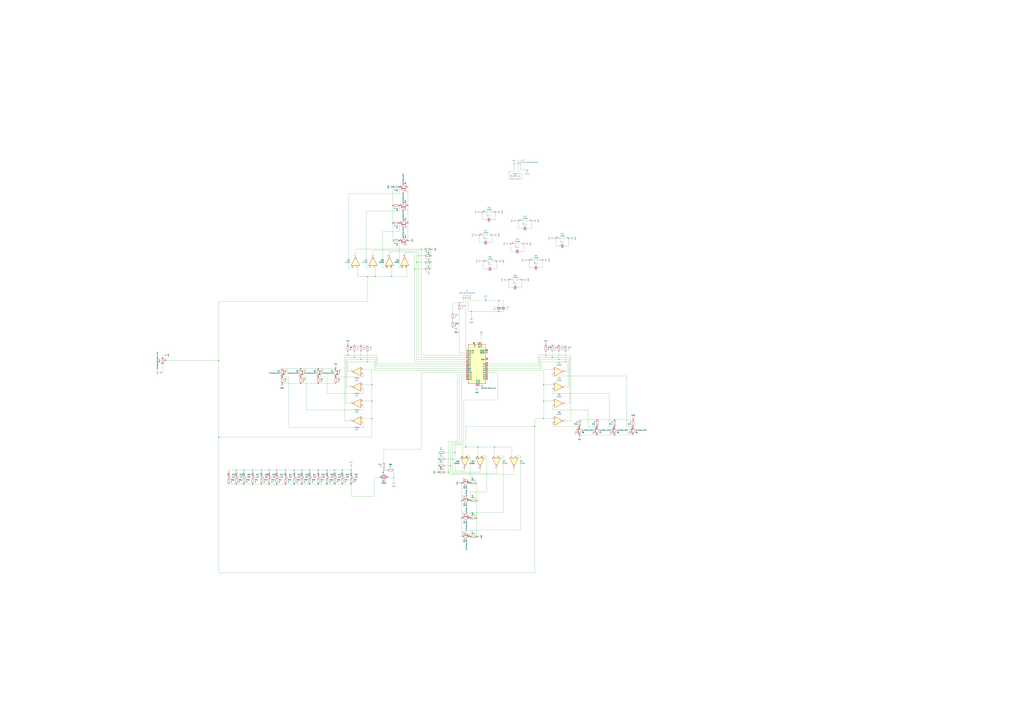
<source format=kicad_sch>
(kicad_sch (version 20250114) (generator "eeschema") (generator_version "9.0")
  (paper "A0")
  (junction (at 575.31 246.38))
  (junction (at 274.32 546.1))
  (junction (at 535.94 601.98))
  (junction (at 500.38 304.8))
  (junction (at 312.42 546.1))
  (junction (at 407.67 546.1))
  (junction (at 608.33 283.21))
  (junction (at 419.1 401.32))
  (junction (at 633.73 401.32))
  (junction (at 713.74 487.68))
  (junction (at 389.89 427.99))
  (junction (at 463.55 217.17))
  (junction (at 473.71 259.08))
  (junction (at 563.88 349.25))
  (junction (at 525.78 533.4))
  (junction (at 473.71 279.4))
  (junction (at 274.32 562.61))
  (junction (at 633.73 412.75))
  (junction (at 473.71 238.76))
  (junction (at 327.66 445.77))
  (junction (at 349.25 445.77))
  (junction (at 735.33 495.3))
  (junction (at 713.74 505.46))
  (junction (at 533.4 351.79))
  (junction (at 614.68 302.26))
  (junction (at 546.1 561.34))
  (junction (at 397.51 562.61))
  (junction (at 254 508))
  (junction (at 397.51 546.1))
  (junction (at 463.55 238.76))
  (junction (at 303.53 562.61))
  (junction (at 590.55 325.12))
  (junction (at 556.26 273.05))
  (junction (at 641.35 415.29))
  (junction (at 341.63 546.1))
  (junction (at 553.72 601.98))
  (junction (at 445.77 546.1))
  (junction (at 457.2 554.99))
  (junction (at 593.09 283.21))
  (junction (at 426.72 420.37))
  (junction (at 411.48 415.29))
  (junction (at 369.57 427.99))
  (junction (at 389.89 438.15))
  (junction (at 349.25 427.99))
  (junction (at 379.73 546.1))
  (junction (at 283.21 546.1))
  (junction (at 617.22 256.54))
  (junction (at 254 419.1))
  (junction (at 293.37 546.1))
  (junction (at 546.1 601.98))
  (junction (at 571.5 273.05))
  (junction (at 359.41 546.1))
  (junction (at 535.94 581.66))
  (junction (at 509.27 548.64))
  (junction (at 648.97 401.32))
  (junction (at 481.33 312.42))
  (junction (at 509.27 533.4))
  (junction (at 541.02 519.43))
  (junction (at 631.19 486.41))
  (junction (at 656.59 420.37))
  (junction (at 576.58 303.53))
  (junction (at 561.34 303.53))
  (junction (at 605.79 325.12))
  (junction (at 693.42 495.3))
  (junction (at 535.94 561.34))
  (junction (at 601.98 256.54))
  (junction (at 388.62 562.61))
  (junction (at 660.4 276.86))
  (junction (at 554.99 519.43))
  (junction (at 574.04 519.43))
  (junction (at 369.57 438.15))
  (junction (at 579.12 349.25))
  (junction (at 403.86 412.75))
  (junction (at 312.42 562.61))
  (junction (at 713.74 495.3))
  (junction (at 546.1 623.57))
  (junction (at 369.57 445.77))
  (junction (at 500.38 289.56))
  (junction (at 455.93 259.08))
  (junction (at 621.03 495.3))
  (junction (at 341.63 562.61))
  (junction (at 407.67 562.61))
  (junction (at 673.1 495.3))
  (junction (at 431.8 486.41))
  (junction (at 426.72 321.31))
  (junction (at 641.35 401.32))
  (junction (at 560.07 246.38))
  (junction (at 403.86 401.32))
  (junction (at 303.53 546.1))
  (junction (at 431.8 466.09))
  (junction (at 509.27 541.02))
  (junction (at 488.95 289.56))
  (junction (at 553.72 623.57))
  (junction (at 486.41 297.18))
  (junction (at 523.24 541.02))
  (junction (at 547.37 361.95))
  (junction (at 435.61 321.31))
  (junction (at 579.12 361.95))
  (junction (at 693.42 505.46))
  (junction (at 350.52 546.1))
  (junction (at 411.48 401.32))
  (junction (at 645.16 276.86))
  (junction (at 463.55 279.4))
  (junction (at 631.19 447.04))
  (junction (at 520.7 548.64))
  (junction (at 321.31 562.61))
  (junction (at 463.55 259.08))
  (junction (at 528.32 525.78))
  (junction (at 350.52 562.61))
  (junction (at 500.38 297.18))
  (junction (at 369.57 562.61))
  (junction (at 327.66 438.15))
  (junction (at 693.42 487.68))
  (junction (at 431.8 447.04))
  (junction (at 631.19 466.09))
  (junction (at 454.66 321.31))
  (junction (at 629.92 302.26))
  (junction (at 546.1 581.66))
  (junction (at 553.72 581.66))
  (junction (at 321.31 546.1))
  (junction (at 673.1 505.46))
  (junction (at 331.47 562.61))
  (junction (at 349.25 438.15))
  (junction (at 369.57 546.1))
  (junction (at 553.72 448.31))
  (junction (at 293.37 562.61))
  (junction (at 359.41 562.61))
  (junction (at 648.97 417.83))
  (junction (at 331.47 546.1))
  (junction (at 419.1 417.83))
  (junction (at 388.62 546.1))
  (junction (at 455.93 238.76))
  (junction (at 455.93 217.17))
  (junction (at 283.21 562.61))
  (junction (at 735.33 487.68))
  (junction (at 379.73 562.61))
  (junction (at 483.87 304.8))
  (wire (pts (xy 500.38 297.18) (xy 500.38 304.8)))
  (wire (pts (xy 388.62 562.61) (xy 397.51 562.61)))
  (wire (pts (xy 601.98 265.43) (xy 601.98 256.54)))
  (wire (pts (xy 618.49 311.15) (xy 614.68 311.15)))
  (wire (pts (xy 693.42 505.46) (xy 713.74 505.46)))
  (wire (pts (xy 541.02 440.69) (xy 535.94 440.69)))
  (wire (pts (xy 596.9 191.77) (xy 596.9 199.39)))
  (wire (pts (xy 557.53 548.64) (xy 557.53 544.83)))
  (wire (pts (xy 535.94 515.62) (xy 525.78 515.62)))
  (wire (pts (xy 546.1 529.59) (xy 546.1 561.34)))
  (wire (pts (xy 641.35 436.88) (xy 727.71 436.88)))
  (wire (pts (xy 567.69 281.94) (xy 571.5 281.94)))
  (wire (pts (xy 379.73 546.1) (xy 369.57 546.1)))
  (wire (pts (xy 369.57 562.61) (xy 379.73 562.61)))
  (wire (pts (xy 452.12 292.1) (xy 452.12 295.91)))
  (wire (pts (xy 435.61 427.99) (xy 541.02 427.99)))
  (wire (pts (xy 530.86 513.08) (xy 520.7 513.08)))
  (wire (pts (xy 509.27 541.02) (xy 509.27 533.4)))
  (wire (pts (xy 553.72 623.57) (xy 553.72 601.98)))
  (wire (pts (xy 530.86 435.61) (xy 541.02 435.61)))
  (wire (pts (xy 426.72 420.37) (xy 434.34 420.37)))
  (wire (pts (xy 561.34 312.42) (xy 561.34 303.53)))
  (wire (pts (xy 735.33 487.68) (xy 713.74 487.68)))
  (wire (pts (xy 438.15 422.91) (xy 541.02 422.91)))
  (wire (pts (xy 355.6 476.25) (xy 355.6 438.15)))
  (wire (pts (xy 426.72 408.94) (xy 426.72 420.37)))
  (wire (pts (xy 641.35 457.2) (xy 707.39 457.2)))
  (wire (pts (xy 543.56 361.95) (xy 547.37 361.95)))
  (wire (pts (xy 369.57 427.99) (xy 349.25 427.99)))
  (wire (pts (xy 400.05 412.75) (xy 400.05 488.95)))
  (wire (pts (xy 538.48 516.89) (xy 538.48 464.82)))
  (wire (pts (xy 599.44 529.59) (xy 604.52 529.59)))
  (wire (pts (xy 419.1 417.83) (xy 435.61 417.83)))
  (wire (pts (xy 621.03 495.3) (xy 621.03 665.48)))
  (wire (pts (xy 488.95 289.56) (xy 488.95 412.75)))
  (wire (pts (xy 463.55 311.15) (xy 467.36 311.15)))
  (wire (pts (xy 312.42 546.1) (xy 312.42 547.37)))
  (wire (pts (xy 566.42 422.91) (xy 624.84 422.91)))
  (wire (pts (xy 631.19 466.09) (xy 631.19 447.04)))
  (wire (pts (xy 516.89 548.64) (xy 520.7 548.64)))
  (wire (pts (xy 590.55 334.01) (xy 590.55 325.12)))
  (wire (pts (xy 641.35 471.17) (xy 641.35 476.25)))
  (wire (pts (xy 516.89 525.78) (xy 528.32 525.78)))
  (wire (pts (xy 574.04 529.59) (xy 574.04 519.43)))
  (wire (pts (xy 349.25 427.99) (xy 327.66 427.99)))
  (wire (pts (xy 662.94 488.95) (xy 656.59 488.95)))
  (wire (pts (xy 293.37 562.61) (xy 303.53 562.61)))
  (wire (pts (xy 626.11 311.15) (xy 629.92 311.15)))
  (wire (pts (xy 546.1 615.95) (xy 546.1 623.57)))
  (wire (pts (xy 535.94 440.69) (xy 535.94 515.62)))
  (wire (pts (xy 656.59 420.37) (xy 659.13 420.37)))
  (wire (pts (xy 629.92 302.26) (xy 629.92 311.15)))
  (wire (pts (xy 463.55 224.79) (xy 463.55 217.17)))
  (wire (pts (xy 483.87 304.8) (xy 483.87 417.83)))
  (wire (pts (xy 426.72 350.52) (xy 254 350.52)))
  (wire (pts (xy 463.55 311.15) (xy 463.55 279.4)))
  (wire (pts (xy 553.72 581.66) (xy 553.72 561.34)))
  (wire (pts (xy 481.33 293.37) (xy 481.33 312.42)))
  (wire (pts (xy 355.6 438.15) (xy 349.25 438.15)))
  (wire (pts (xy 543.56 347.98) (xy 543.56 361.95)))
  (wire (pts (xy 481.33 420.37) (xy 541.02 420.37)))
  (wire (pts (xy 596.9 551.18) (xy 596.9 544.83)))
  (wire (pts (xy 431.8 508) (xy 254 508)))
  (wire (pts (xy 415.29 321.31) (xy 426.72 321.31)))
  (wire (pts (xy 693.42 495.3) (xy 683.26 495.3)))
  (wire (pts (xy 641.35 495.3) (xy 673.1 495.3)))
  (wire (pts (xy 656.59 285.75) (xy 660.4 285.75)))
  (wire (pts (xy 560.07 246.38) (xy 560.07 255.27)))
  (wire (pts (xy 433.07 295.91) (xy 433.07 290.83)))
  (wire (pts (xy 421.64 429.26) (xy 431.8 429.26)))
  (wire (pts (xy 406.4 431.8) (xy 403.86 431.8)))
  (wire (pts (xy 525.78 533.4) (xy 525.78 548.64)))
  (wire (pts (xy 541.02 519.43) (xy 554.99 519.43)))
  (wire (pts (xy 331.47 546.1) (xy 321.31 546.1)))
  (wire (pts (xy 626.11 415.29) (xy 626.11 425.45)))
  (wire (pts (xy 576.58 303.53) (xy 576.58 312.42)))
  (wire (pts (xy 293.37 546.1) (xy 283.21 546.1)))
  (wire (pts (xy 727.71 436.88) (xy 727.71 495.3)))
  (wire (pts (xy 617.22 256.54) (xy 619.76 256.54)))
  (wire (pts (xy 525.78 351.79) (xy 525.78 363.22)))
  (wire (pts (xy 533.4 353.06) (xy 533.4 351.79)))
  (wire (pts (xy 535.94 601.98) (xy 535.94 623.57)))
  (wire (pts (xy 605.79 265.43) (xy 601.98 265.43)))
  (wire (pts (xy 407.67 542.29) (xy 407.67 546.1)))
  (wire (pts (xy 546.1 581.66) (xy 546.1 571.5)))
  (wire (pts (xy 539.75 547.37) (xy 528.32 547.37)))
  (wire (pts (xy 626.11 415.29) (xy 641.35 415.29)))
  (wire (pts (xy 283.21 546.1) (xy 283.21 547.37)))
  (wire (pts (xy 492.76 304.8) (xy 483.87 304.8)))
  (wire (pts (xy 379.73 457.2) (xy 421.64 457.2)))
  (wire (pts (xy 359.41 546.1) (xy 359.41 547.37)))
  (wire (pts (xy 189.23 433.07) (xy 187.96 433.07)))
  (wire (pts (xy 500.38 304.8) (xy 500.38 312.42)))
  (wire (pts (xy 656.59 408.94) (xy 656.59 420.37)))
  (wire (pts (xy 608.33 283.21) (xy 610.87 283.21)))
  (wire (pts (xy 265.43 562.61) (xy 274.32 562.61)))
  (wire (pts (xy 631.19 486.41) (xy 631.19 466.09)))
  (wire (pts (xy 641.35 466.09) (xy 631.19 466.09)))
  (wire (pts (xy 648.97 401.32) (xy 656.59 401.32)))
  (wire (pts (xy 541.02 495.3) (xy 541.02 519.43)))
  (wire (pts (xy 430.53 311.15) (xy 425.45 311.15)))
  (wire (pts (xy 431.8 486.41) (xy 431.8 508)))
  (wire (pts (xy 369.57 438.15) (xy 379.73 438.15)))
  (wire (pts (xy 593.09 292.1) (xy 593.09 283.21)))
  (wire (pts (xy 571.5 273.05) (xy 574.04 273.05)))
  (wire (pts (xy 541.02 347.98) (xy 541.02 407.67)))
  (wire (pts (xy 444.5 311.15) (xy 449.58 311.15)))
  (wire (pts (xy 457.2 546.1) (xy 457.2 554.99)))
  (wire (pts (xy 601.98 191.77) (xy 601.98 201.93)))
  (wire (pts (xy 486.41 415.29) (xy 541.02 415.29)))
  (wire (pts (xy 488.95 433.07) (xy 541.02 433.07)))
  (wire (pts (xy 631.19 486.41) (xy 621.03 486.41)))
  (wire (pts (xy 312.42 546.1) (xy 303.53 546.1)))
  (wire (pts (xy 648.97 408.94) (xy 648.97 417.83)))
  (wire (pts (xy 584.2 595.63) (xy 546.1 595.63)))
  (wire (pts (xy 190.5 412.75) (xy 189.23 412.75)))
  (wire (pts (xy 401.32 415.29) (xy 411.48 415.29)))
  (wire (pts (xy 565.15 529.59) (xy 560.07 529.59)))
  (wire (pts (xy 546.1 529.59) (xy 542.29 529.59)))
  (wire (pts (xy 556.26 273.05) (xy 556.26 281.94)))
  (wire (pts (xy 537.21 519.43) (xy 541.02 519.43)))
  (wire (pts (xy 727.71 495.3) (xy 735.33 495.3)))
  (wire (pts (xy 411.48 408.94) (xy 411.48 415.29)))
  (wire (pts (xy 546.1 571.5) (xy 565.15 571.5)))
  (wire (pts (xy 321.31 546.1) (xy 321.31 547.37)))
  (wire (pts (xy 421.64 491.49) (xy 421.64 496.57)))
  (wire (pts (xy 434.34 420.37) (xy 434.34 430.53)))
  (wire (pts (xy 528.32 516.89) (xy 528.32 525.78)))
  (wire (pts (xy 434.34 430.53) (xy 541.02 430.53)))
  (wire (pts (xy 541.02 438.15) (xy 533.4 438.15)))
  (wire (pts (xy 481.33 312.42) (xy 481.33 420.37)))
  (wire (pts (xy 560.07 246.38) (xy 557.53 246.38)))
  (wire (pts (xy 421.64 486.41) (xy 431.8 486.41)))
  (wire (pts (xy 707.39 457.2) (xy 707.39 495.3)))
  (wire (pts (xy 539.75 544.83) (xy 539.75 547.37)))
  (wire (pts (xy 547.37 361.95) (xy 579.12 361.95)))
  (wire (pts (xy 641.35 486.41) (xy 631.19 486.41)))
  (wire (pts (xy 661.67 468.63) (xy 661.67 415.29)))
  (wire (pts (xy 641.35 491.49) (xy 641.35 495.3)))
  (wire (pts (xy 488.95 521.97) (xy 488.95 433.07)))
  (wire (pts (xy 594.36 529.59) (xy 594.36 519.43)))
  (wire (pts (xy 341.63 546.1) (xy 331.47 546.1)))
  (wire (pts (xy 627.38 427.99) (xy 627.38 417.83)))
  (wire (pts (xy 594.36 334.01) (xy 590.55 334.01)))
  (wire (pts (xy 463.55 269.24) (xy 444.5 269.24)))
  (wire (pts (xy 331.47 562.61) (xy 341.63 562.61)))
  (wire (pts (xy 553.72 448.31) (xy 553.72 450.85)))
  (wire (pts (xy 571.5 255.27) (xy 575.31 255.27)))
  (wire (pts (xy 369.57 445.77) (xy 389.89 445.77)))
  (wire (pts (xy 436.88 425.45) (xy 541.02 425.45)))
  (wire (pts (xy 656.59 431.8) (xy 659.13 431.8)))
  (wire (pts (xy 565.15 571.5) (xy 565.15 529.59)))
  (wire (pts (xy 535.94 561.34) (xy 535.94 581.66)))
  (wire (pts (xy 483.87 292.1) (xy 483.87 304.8)))
  (wire (pts (xy 576.58 549.91) (xy 523.24 549.91)))
  (wire (pts (xy 492.76 297.18) (xy 486.41 297.18)))
  (wire (pts (xy 525.78 515.62) (xy 525.78 533.4)))
  (wire (pts (xy 584.2 354.33) (xy 584.2 349.25)))
  (wire (pts (xy 576.58 303.53) (xy 579.12 303.53)))
  (wire (pts (xy 604.52 196.85) (xy 612.14 196.85)))
  (wire (pts (xy 405.13 224.79) (xy 463.55 224.79)))
  (wire (pts (xy 254 665.48) (xy 254 508)))
  (wire (pts (xy 283.21 546.1) (xy 274.32 546.1)))
  (wire (pts (xy 440.69 554.99) (xy 434.34 554.99)))
  (wire (pts (xy 601.98 201.93) (xy 605.79 201.93)))
  (wire (pts (xy 401.32 468.63) (xy 401.32 415.29)))
  (wire (pts (xy 488.95 289.56) (xy 412.75 289.56)))
  (wire (pts (xy 421.64 457.2) (xy 421.64 452.12)))
  (wire (pts (xy 463.55 245.11) (xy 463.55 238.76)))
  (wire (pts (xy 411.48 415.29) (xy 436.88 415.29)))
  (wire (pts (xy 435.61 311.15) (xy 435.61 321.31)))
  (wire (pts (xy 402.59 417.83) (xy 402.59 449.58)))
  (wire (pts (xy 535.94 581.66) (xy 535.94 601.98)))
  (wire (pts (xy 553.72 273.05) (xy 556.26 273.05)))
  (wire (pts (xy 601.98 256.54) (xy 599.44 256.54)))
  (wire (pts (xy 605.79 208.28) (xy 603.25 208.28)))
  (wire (pts (xy 533.4 438.15) (xy 533.4 514.35)))
  (wire (pts (xy 628.65 420.37) (xy 656.59 420.37)))
  (wire (pts (xy 445.77 521.97) (xy 488.95 521.97)))
  (wire (pts (xy 492.76 289.56) (xy 488.95 289.56)))
  (wire (pts (xy 563.88 349.25) (xy 579.12 349.25)))
  (wire (pts (xy 455.93 259.08) (xy 455.93 279.4)))
  (wire (pts (xy 410.21 311.15) (xy 405.13 311.15)))
  (wire (pts (xy 516.89 533.4) (xy 525.78 533.4)))
  (wire (pts (xy 321.31 562.61) (xy 331.47 562.61)))
  (wire (pts (xy 633.73 401.32) (xy 641.35 401.32)))
  (wire (pts (xy 525.78 548.64) (xy 557.53 548.64)))
  (wire (pts (xy 596.9 292.1) (xy 593.09 292.1)))
  (wire (pts (xy 571.5 273.05) (xy 571.5 281.94)))
  (wire (pts (xy 577.85 433.07) (xy 577.85 464.82)))
  (wire (pts (xy 434.34 576.58) (xy 434.34 554.99)))
  (wire (pts (xy 1247.14 15.24) (xy 1247.14 29.21)))
  (wire (pts (xy 327.66 445.77) (xy 349.25 445.77)))
  (wire (pts (xy 431.8 466.09) (xy 431.8 447.04)))
  (wire (pts (xy 350.52 562.61) (xy 359.41 562.61)))
  (wire (pts (xy 445.77 546.1) (xy 445.77 547.37)))
  (wire (pts (xy 454.66 321.31) (xy 454.66 311.15)))
  (wire (pts (xy 604.52 191.77) (xy 604.52 196.85)))
  (wire (pts (xy 683.26 476.25) (xy 641.35 476.25)))
  (wire (pts (xy 631.19 429.26) (xy 631.19 447.04)))
  (wire (pts (xy 576.58 544.83) (xy 576.58 549.91)))
  (wire (pts (xy 425.45 311.15) (xy 425.45 245.11)))
  (wire (pts (xy 407.67 546.1) (xy 407.67 547.37)))
  (wire (pts (xy 604.52 615.95) (xy 546.1 615.95)))
  (wire (pts (xy 594.36 519.43) (xy 574.04 519.43)))
  (wire (pts (xy 421.64 471.17) (xy 421.64 476.25)))
  (wire (pts (xy 533.4 351.79) (xy 538.48 351.79)))
  (wire (pts (xy 303.53 562.61) (xy 312.42 562.61)))
  (wire (pts (xy 303.53 546.1) (xy 303.53 547.37)))
  (wire (pts (xy 379.73 546.1) (xy 379.73 547.37)))
  (wire (pts (xy 707.39 495.3) (xy 713.74 495.3)))
  (wire (pts (xy 541.02 495.3) (xy 621.03 495.3)))
  (wire (pts (xy 303.53 546.1) (xy 293.37 546.1)))
  (wire (pts (xy 438.15 422.91) (xy 438.15 412.75)))
  (wire (pts (xy 584.2 529.59) (xy 584.2 595.63)))
  (wire (pts (xy 469.9 295.91) (xy 469.9 293.37)))
  (wire (pts (xy 265.43 546.1) (xy 265.43 547.37)))
  (wire (pts (xy 274.32 562.61) (xy 283.21 562.61)))
  (wire (pts (xy 500.38 289.56) (xy 500.38 297.18)))
  (wire (pts (xy 558.8 389.89) (xy 558.8 397.51)))
  (wire (pts (xy 530.86 513.08) (xy 530.86 435.61)))
  (wire (pts (xy 673.1 505.46) (xy 693.42 505.46)))
  (wire (pts (xy 189.23 412.75) (xy 189.23 415.29)))
  (wire (pts (xy 483.87 417.83) (xy 541.02 417.83)))
  (wire (pts (xy 538.48 464.82) (xy 577.85 464.82)))
  (wire (pts (xy 425.45 245.11) (xy 463.55 245.11)))
  (wire (pts (xy 525.78 370.84) (xy 525.78 373.38)))
  (wire (pts (xy 520.7 513.08) (xy 520.7 548.64)))
  (wire (pts (xy 553.72 448.31) (xy 556.26 448.31)))
  (wire (pts (xy 546.1 349.25) (xy 563.88 349.25)))
  (wire (pts (xy 546.1 347.98) (xy 546.1 349.25)))
  (wire (pts (xy 560.07 281.94) (xy 556.26 281.94)))
  (wire (pts (xy 627.38 417.83) (xy 648.97 417.83)))
  (wire (pts (xy 421.64 438.15) (xy 421.64 434.34)))
  (wire (pts (xy 473.71 238.76) (xy 473.71 217.17)))
  (wire (pts (xy 421.64 466.09) (xy 431.8 466.09)))
  (wire (pts (xy 516.89 541.02) (xy 523.24 541.02)))
  (wire (pts (xy 312.42 562.61) (xy 321.31 562.61)))
  (wire (pts (xy 629.92 302.26) (xy 632.46 302.26)))
  (wire (pts (xy 397.51 546.1) (xy 388.62 546.1)))
  (wire (pts (xy 566.42 427.99) (xy 627.38 427.99)))
  (wire (pts (xy 426.72 321.31) (xy 435.61 321.31)))
  (wire (pts (xy 641.35 429.26) (xy 631.19 429.26)))
  (wire (pts (xy 693.42 487.68) (xy 673.1 487.68)))
  (wire (pts (xy 566.42 425.45) (xy 626.11 425.45)))
  (wire (pts (xy 341.63 546.1) (xy 341.63 547.37)))
  (wire (pts (xy 525.78 351.79) (xy 533.4 351.79)))
  (wire (pts (xy 593.09 283.21) (xy 590.55 283.21)))
  (wire (pts (xy 605.79 325.12) (xy 608.33 325.12)))
  (wire (pts (xy 523.24 514.35) (xy 533.4 514.35)))
  (wire (pts (xy 537.21 529.59) (xy 537.21 519.43)))
  (wire (pts (xy 426.72 321.31) (xy 426.72 350.52)))
  (wire (pts (xy 584.2 349.25) (xy 579.12 349.25)))
  (wire (pts (xy 641.35 457.2) (xy 641.35 452.12)))
  (wire (pts (xy 473.71 259.08) (xy 473.71 238.76)))
  (wire (pts (xy 523.24 541.02) (xy 523.24 549.91)))
  (wire (pts (xy 433.07 290.83) (xy 486.41 290.83)))
  (wire (pts (xy 455.93 238.76) (xy 455.93 259.08)))
  (wire (pts (xy 403.86 401.32) (xy 411.48 401.32)))
  (wire (pts (xy 359.41 562.61) (xy 369.57 562.61)))
  (wire (pts (xy 400.05 488.95) (xy 406.4 488.95)))
  (wire (pts (xy 546.1 595.63) (xy 546.1 601.98)))
  (wire (pts (xy 633.73 412.75) (xy 662.94 412.75)))
  (wire (pts (xy 713.74 505.46) (xy 735.33 505.46)))
  (wire (pts (xy 613.41 265.43) (xy 617.22 265.43)))
  (wire (pts (xy 608.33 283.21) (xy 608.33 292.1)))
  (wire (pts (xy 403.86 412.75) (xy 438.15 412.75)))
  (wire (pts (xy 435.61 427.99) (xy 435.61 417.83)))
  (wire (pts (xy 472.44 311.15) (xy 472.44 321.31)))
  (wire (pts (xy 590.55 199.39) (xy 590.55 208.28)))
  (wire (pts (xy 641.35 415.29) (xy 661.67 415.29)))
  (wire (pts (xy 400.05 412.75) (xy 403.86 412.75)))
  (wire (pts (xy 572.77 312.42) (xy 576.58 312.42)))
  (wire (pts (xy 575.31 246.38) (xy 577.85 246.38)))
  (wire (pts (xy 463.55 259.08) (xy 463.55 269.24)))
  (wire (pts (xy 189.23 422.91) (xy 189.23 433.07)))
  (wire (pts (xy 436.88 415.29) (xy 436.88 425.45)))
  (wire (pts (xy 579.12 529.59) (xy 584.2 529.59)))
  (wire (pts (xy 561.34 303.53) (xy 558.8 303.53)))
  (wire (pts (xy 389.89 427.99) (xy 369.57 427.99)))
  (wire (pts (xy 648.97 285.75) (xy 645.16 285.75)))
  (wire (pts (xy 621.03 486.41) (xy 621.03 495.3)))
  (wire (pts (xy 486.41 290.83) (xy 486.41 297.18)))
  (wire (pts (xy 403.86 420.37) (xy 426.72 420.37)))
  (wire (pts (xy 641.35 401.32) (xy 648.97 401.32)))
  (wire (pts (xy 431.8 447.04) (xy 421.64 447.04)))
  (wire (pts (xy 435.61 321.31) (xy 454.66 321.31)))
  (wire (pts (xy 335.28 438.15) (xy 327.66 438.15)))
  (wire (pts (xy 713.74 487.68) (xy 693.42 487.68)))
  (wire (pts (xy 350.52 546.1) (xy 341.63 546.1)))
  (wire (pts (xy 590.55 325.12) (xy 588.01 325.12)))
  (wire (pts (xy 631.19 447.04) (xy 641.35 447.04)))
  (wire (pts (xy 407.67 576.58) (xy 434.34 576.58)))
  (wire (pts (xy 538.48 347.98) (xy 538.48 351.79)))
  (wire (pts (xy 421.64 496.57) (xy 335.28 496.57)))
  (wire (pts (xy 274.32 546.1) (xy 265.43 546.1)))
  (wire (pts (xy 617.22 256.54) (xy 617.22 265.43)))
  (wire (pts (xy 419.1 401.32) (xy 426.72 401.32)))
  (wire (pts (xy 660.4 449.58) (xy 656.59 449.58)))
  (wire (pts (xy 554.99 519.43) (xy 554.99 529.59)))
  (wire (pts (xy 641.35 408.94) (xy 641.35 415.29)))
  (wire (pts (xy 457.2 554.99) (xy 457.2 560.07)))
  (wire (pts (xy 523.24 514.35) (xy 523.24 541.02)))
  (wire (pts (xy 407.67 562.61) (xy 407.67 576.58)))
  (wire (pts (xy 486.41 297.18) (xy 486.41 415.29)))
  (wire (pts (xy 614.68 302.26) (xy 612.14 302.26)))
  (wire (pts (xy 483.87 292.1) (xy 452.12 292.1)))
  (wire (pts (xy 656.59 468.63) (xy 661.67 468.63)))
  (wire (pts (xy 431.8 429.26) (xy 431.8 447.04)))
  (wire (pts (xy 605.79 201.93) (xy 605.79 208.28)))
  (wire (pts (xy 449.58 546.1) (xy 445.77 546.1)))
  (wire (pts (xy 577.85 433.07) (xy 566.42 433.07)))
  (wire (pts (xy 331.47 546.1) (xy 331.47 547.37)))
  (wire (pts (xy 405.13 311.15) (xy 405.13 224.79)))
  (wire (pts (xy 624.84 412.75) (xy 633.73 412.75)))
  (wire (pts (xy 509.27 533.4) (xy 509.27 525.78)))
  (wire (pts (xy 579.12 349.25) (xy 579.12 354.33)))
  (wire (pts (xy 660.4 276.86) (xy 660.4 285.75)))
  (wire (pts (xy 645.16 276.86) (xy 645.16 285.75)))
  (wire (pts (xy 415.29 311.15) (xy 415.29 321.31)))
  (wire (pts (xy 565.15 312.42) (xy 561.34 312.42)))
  (wire (pts (xy 469.9 293.37) (xy 481.33 293.37)))
  (wire (pts (xy 445.77 537.21) (xy 445.77 521.97)))
  (wire (pts (xy 397.51 562.61) (xy 407.67 562.61)))
  (wire (pts (xy 421.64 438.15) (xy 389.89 438.15)))
  (wire (pts (xy 525.78 381) (xy 529.59 381)))
  (wire (pts (xy 528.32 516.89) (xy 538.48 516.89)))
  (wire (pts (xy 445.77 544.83) (xy 445.77 546.1)))
  (wire (pts (xy 406.4 468.63) (xy 401.32 468.63)))
  (wire (pts (xy 596.9 199.39) (xy 590.55 199.39)))
  (wire (pts (xy 604.52 529.59) (xy 604.52 615.95)))
  (wire (pts (xy 397.51 546.1) (xy 397.51 547.37)))
  (wire (pts (xy 520.7 548.64) (xy 520.7 551.18)))
  (wire (pts (xy 274.32 546.1) (xy 274.32 547.37)))
  (wire (pts (xy 369.57 546.1) (xy 359.41 546.1)))
  (wire (pts (xy 403.86 431.8) (xy 403.86 420.37)))
  (wire (pts (xy 662.94 412.75) (xy 662.94 488.95)))
  (wire (pts (xy 614.68 311.15) (xy 614.68 302.26)))
  (wire (pts (xy 628.65 420.37) (xy 628.65 430.53)))
  (wire (pts (xy 660.4 276.86) (xy 662.94 276.86)))
  (wire (pts (xy 541.02 410.21) (xy 533.4 410.21)))
  (wire (pts (xy 645.16 276.86) (xy 642.62 276.86)))
  (wire (pts (xy 624.84 422.91) (xy 624.84 412.75)))
  (wire (pts (xy 566.42 430.53) (xy 628.65 430.53)))
  (wire (pts (xy 528.32 525.78) (xy 528.32 547.37)))
  (wire (pts (xy 601.98 334.01) (xy 605.79 334.01)))
  (wire (pts (xy 411.48 401.32) (xy 419.1 401.32)))
  (wire (pts (xy 455.93 217.17) (xy 455.93 238.76)))
  (wire (pts (xy 419.1 408.94) (xy 419.1 417.83)))
  (wire (pts (xy 520.7 551.18) (xy 596.9 551.18)))
  (wire (pts (xy 553.72 601.98) (xy 553.72 581.66)))
  (wire (pts (xy 454.66 321.31) (xy 472.44 321.31)))
  (wire (pts (xy 402.59 417.83) (xy 419.1 417.83)))
  (wire (pts (xy 369.57 546.1) (xy 369.57 547.37)))
  (wire (pts (xy 379.73 562.61) (xy 388.62 562.61)))
  (wire (pts (xy 421.64 476.25) (xy 355.6 476.25)))
  (wire (pts (xy 350.52 546.1) (xy 350.52 547.37)))
  (wire (pts (xy 254 419.1) (xy 254 508)))
  (wire (pts (xy 193.04 419.1) (xy 254 419.1)))
  (wire (pts (xy 412.75 289.56) (xy 412.75 295.91)))
  (wire (pts (xy 641.35 436.88) (xy 641.35 434.34)))
  (wire (pts (xy 321.31 546.1) (xy 312.42 546.1)))
  (wire (pts (xy 621.03 665.48) (xy 254 665.48)))
  (wire (pts (xy 402.59 449.58) (xy 406.4 449.58)))
  (wire (pts (xy 648.97 417.83) (xy 660.4 417.83)))
  (wire (pts (xy 444.5 269.24) (xy 444.5 311.15)))
  (wire (pts (xy 488.95 412.75) (xy 541.02 412.75)))
  (wire (pts (xy 659.13 431.8) (xy 659.13 420.37)))
  (wire (pts (xy 388.62 546.1) (xy 388.62 547.37)))
  (wire (pts (xy 341.63 562.61) (xy 350.52 562.61)))
  (wire (pts (xy 492.76 312.42) (xy 481.33 312.42)))
  (wire (pts (xy 533.4 360.68) (xy 533.4 410.21)))
  (wire (pts (xy 575.31 246.38) (xy 575.31 255.27)))
  (wire (pts (xy 604.52 292.1) (xy 608.33 292.1)))
  (wire (pts (xy 388.62 546.1) (xy 379.73 546.1)))
  (wire (pts (xy 359.41 546.1) (xy 350.52 546.1)))
  (wire (pts (xy 605.79 325.12) (xy 605.79 334.01)))
  (wire (pts (xy 563.88 255.27) (xy 560.07 255.27)))
  (wire (pts (xy 450.85 554.99) (xy 457.2 554.99)))
  (wire (pts (xy 403.86 408.94) (xy 403.86 412.75)))
  (wire (pts (xy 547.37 361.95) (xy 547.37 369.57)))
  (wire (pts (xy 660.4 417.83) (xy 660.4 449.58)))
  (wire (pts (xy 473.71 279.4) (xy 473.71 259.08)))
  (wire (pts (xy 683.26 495.3) (xy 683.26 476.25)))
  (wire (pts (xy 379.73 438.15) (xy 379.73 457.2)))
  (wire (pts (xy 349.25 445.77) (xy 369.57 445.77)))
  (wire (pts (xy 407.67 546.1) (xy 397.51 546.1)))
  (wire (pts (xy 590.55 208.28) (xy 593.09 208.28)))
  (wire (pts (xy 509.27 548.64) (xy 509.27 541.02)))
  (wire (pts (xy 335.28 496.57) (xy 335.28 438.15)))
  (wire (pts (xy 254 350.52) (xy 254 419.1)))
  (wire (pts (xy 431.8 486.41) (xy 431.8 466.09)))
  (wire (pts (xy 633.73 408.94) (xy 633.73 412.75)))
  (wire (pts (xy 283.21 562.61) (xy 293.37 562.61)))
  (wire (pts (xy 574.04 519.43) (xy 554.99 519.43)))
  (wire (pts (xy 293.37 546.1) (xy 293.37 547.37)))
  (wire (pts (xy 579.12 361.95) (xy 584.2 361.95)))
  (symbol (lib_id "Device:C") (at 622.3 311.15 90) (unit 1)
    (property "Reference" "C8" (at 621.0299 307.34 0) (effects (justify left)))
    (property "Value" "C" (at 623.5699 307.34 0) (effects (justify left)))
    (property "Footprint" "Capacitor_SMD:C_0603_1608Metric" (effects (hide yes)))
    (property "Description" "Unpolarized capacitor" (effects (hide yes)))
  )
  (symbol (lib_id "power:VCC") (at 509.27 548.64 90) (mirror x) (unit 1)
    (property "Reference" "#PWR013" (effects (hide yes)))
    (property "Value" "VCC" (at 504.19 548.64 0))
    (property "Description" "Power symbol creates a global label with name \"VCC\"" (effects (hide yes)))
  )
  (symbol (lib_id "Device:R") (at 533.4 356.87 0) (unit 1)
    (property "Reference" "R49" (at 535.94 355.5999 0) (effects (justify left)))
    (property "Value" "R" (at 535.94 358.1399 0) (effects (justify left)))
    (property "Footprint" "Resistor_THT:R_Axial_DIN0207_L6.3mm_D2.5mm_P7.62mm_Horizontal" (effects (hide yes)))
    (property "Description" "Resistor" (effects (hide yes)))
  )
  (symbol (lib_id "Device:Q_Photo_NPN") (at 372.11 433.07 0) (mirror y) (unit 1)
    (property "Reference" "Q3" (at 367.03 431.0506 0) (effects (justify left)))
    (property "Value" "Q_Photo_NPN" (at 367.03 433.5906 0) (effects (justify left)))
    (property "Footprint" "NJL7502R:NJL7502R" (effects (hide yes)))
    (property "Description" "NPN phototransistor, collector/emitter" (effects (hide yes)))
  )
  (symbol (lib_id "Device:R") (at 513.08 541.02 90) (unit 1)
    (property "Reference" "R30" (at 511.8099 538.48 0) (effects (justify left)))
    (property "Value" "R" (at 514.3499 538.48 0) (effects (justify left)))
    (property "Footprint" "Resistor_SMD:R_0603_1608Metric_Pad0.98x0.95mm_HandSolder" (effects (hide yes)))
    (property "Description" "Resistor" (effects (hide yes)))
  )
  (symbol (lib_id "power:VCC") (at 403.86 401.32 0) (mirror y) (unit 1)
    (property "Reference" "#PWR01" (effects (hide yes)))
    (property "Value" "VCC" (at 403.86 396.24 0))
    (property "Description" "Power symbol creates a global label with name \"VCC\"" (effects (hide yes)))
  )
  (symbol (lib_id "power:GND") (at 327.66 445.77 0) (unit 1)
    (property "Reference" "#PWR03" (effects (hide yes)))
    (property "Value" "GND" (at 327.66 450.85 0))
    (property "Description" "Power symbol creates a global label with name \"GND\" , ground" (effects (hide yes)))
  )
  (symbol (lib_id "Device:R") (at 403.86 405.13 0) (unit 1)
    (property "Reference" "R8" (at 406.4 403.8599 0) (effects (justify left)))
    (property "Value" "R" (at 406.4 406.3999 0) (effects (justify left)))
    (property "Footprint" "Resistor_SMD:R_0603_1608Metric_Pad0.98x0.95mm_HandSolder" (effects (hide yes)))
    (property "Description" "Resistor" (effects (hide yes)))
  )
  (symbol (lib_id "Device:R") (at 513.08 525.78 90) (unit 1)
    (property "Reference" "R32" (at 511.8099 523.24 0) (effects (justify left)))
    (property "Value" "R" (at 514.3499 523.24 0) (effects (justify left)))
    (property "Footprint" "Resistor_SMD:R_0603_1608Metric_Pad0.98x0.95mm_HandSolder" (effects (hide yes)))
    (property "Description" "Resistor" (effects (hide yes)))
  )
  (symbol (lib_id "Simulation_SPICE:NMOS") (at 445.77 552.45 90) (mirror x) (unit 1)
    (property "Reference" "Q17" (at 445.77 558.8 90))
    (property "Value" "NMOS" (at 445.77 561.34 90))
    (property "Footprint" "Package_TO_SOT_THT:TO-251-3-1EP_Horizontal_TabDown" (effects (hide yes)))
    (property "Datasheet" "https://ngspice.sourceforge.io/docs/ngspice-html-manual/manual.xhtml#cha_MOSFETs" (effects (hide yes)))
    (property "Description" "N-MOSFET transistor, drain/source/gate" (effects (hide yes)))
    (property "Sim.Device" "NMOS" (effects (hide yes)))
    (property "Sim.Type" "VDMOS" (effects (hide yes)))
    (property "Sim.Pins" "1=D 2=G 3=S" (effects (hide yes)))
  )
  (symbol (lib_id "power:VCC") (at 557.53 246.38 90) (unit 1)
    (property "Reference" "#PWR030" (effects (hide yes)))
    (property "Value" "VCC" (at 552.45 246.38 0))
    (property "Description" "Power symbol creates a global label with name \"VCC\"" (effects (hide yes)))
  )
  (symbol (lib_id "Device:Q_Photo_NPN") (at 541.02 599.44 90) (mirror x) (unit 1)
    (property "Reference" "Q14" (at 539.0006 604.52 0) (effects (justify left)))
    (property "Value" "Q_Photo_NPN" (at 541.5406 604.52 0) (effects (justify left)))
    (property "Footprint" "NJL7502R:NJL7502R" (effects (hide yes)))
    (property "Description" "NPN phototransistor, collector/emitter" (effects (hide yes)))
  )
  (symbol (lib_id "Device:Q_Photo_NPN") (at 711.2 500.38 0) (mirror x) (unit 1)
    (property "Reference" "Q6" (at 716.28 502.3994 0) (effects (justify left)))
    (property "Value" "Q_Photo_NPN" (at 716.28 499.8594 0) (effects (justify left)))
    (property "Footprint" "NJL7502R:NJL7502R" (effects (hide yes)))
    (property "Description" "NPN phototransistor, collector/emitter" (effects (hide yes)))
  )
  (symbol (lib_id "power:VCC") (at 553.72 273.05 90) (unit 1)
    (property "Reference" "#PWR034" (effects (hide yes)))
    (property "Value" "VCC" (at 548.64 273.05 0))
    (property "Description" "Power symbol creates a global label with name \"VCC\"" (effects (hide yes)))
  )
  (symbol (lib_id "Device:LED") (at 359.41 551.18 90) (unit 1)
    (property "Reference" "D44" (at 363.22 551.4974 90) (effects (justify right)))
    (property "Value" "LED" (at 363.22 554.0374 90) (effects (justify right)))
    (property "Footprint" "LED_SMD:LED_0603_1608Metric" (effects (hide yes)))
    (property "Description" "Light emitting diode" (effects (hide yes)))
    (property "Sim.Pins" "1=K 2=A" (effects (hide yes)))
  )
  (symbol (lib_id "power:GND") (at 632.46 302.26 90) (unit 1)
    (property "Reference" "#PWR039" (effects (hide yes)))
    (property "Value" "GND" (at 637.54 302.26 0))
    (property "Description" "Power symbol creates a global label with name \"GND\" , ground" (effects (hide yes)))
  )
  (symbol (lib_id "Comparator:LM393") (at 469.9 303.53 270) (mirror x) (unit 1)
    (property "Reference" "U5" (at 463.55 302.2599 90) (effects (justify right)))
    (property "Value" "LM393" (at 463.55 304.7999 90) (effects (justify right)))
    (property "Footprint" "Package_SO:SOIC-8_3.9x4.9mm_P1.27mm" (effects (hide yes)))
    (property "Datasheet" "http://www.ti.com/lit/ds/symlink/lm393.pdf" (effects (hide yes)))
    (property "Description" "Low-Power, Low-Offset Voltage, Dual Comparators, DIP-8/SOIC-8/TO-99-8" (effects (hide yes)))
  )
  (symbol (lib_id "power:GND") (at 619.76 256.54 90) (unit 1)
    (property "Reference" "#PWR033" (effects (hide yes)))
    (property "Value" "GND" (at 624.84 256.54 0))
    (property "Description" "Power symbol creates a global label with name \"GND\" , ground" (effects (hide yes)))
  )
  (symbol (lib_id "Device:R") (at 389.89 441.96 0) (unit 1)
    (property "Reference" "R1" (at 392.43 440.6899 0) (effects (justify left)))
    (property "Value" "R" (at 392.43 443.2299 0) (effects (justify left)))
    (property "Footprint" "Resistor_SMD:R_0603_1608Metric_Pad0.98x0.95mm_HandSolder" (effects (hide yes)))
    (property "Description" "Resistor" (effects (hide yes)))
  )
  (symbol (lib_id "Comparator:LM393") (at 576.58 537.21 270) (unit 2)
    (property "Reference" "U9" (at 582.93 535.9399 90) (effects (justify left)))
    (property "Value" "LM393" (at 582.93 538.4799 90) (effects (justify left)))
    (property "Footprint" "Package_SO:SOIC-8_3.9x4.9mm_P1.27mm" (effects (hide yes)))
    (property "Datasheet" "http://www.ti.com/lit/ds/symlink/lm393.pdf" (effects (hide yes)))
    (property "Description" "Low-Power, Low-Offset Voltage, Dual Comparators, DIP-8/SOIC-8/TO-99-8" (effects (hide yes)))
  )
  (symbol (lib_id "Device:R") (at 397.51 558.8 0) (unit 1)
    (property "Reference" "R34" (at 400.05 557.5299 0) (effects (justify left)))
    (property "Value" "R" (at 400.05 560.0699 0) (effects (justify left)))
    (property "Footprint" "Resistor_SMD:R_0603_1608Metric_Pad0.98x0.95mm_HandSolder" (effects (hide yes)))
    (property "Description" "Resistor" (effects (hide yes)))
  )
  (symbol (lib_id "Device:C") (at 598.17 334.01 90) (unit 1)
    (property "Reference" "C9" (at 596.8999 330.2 0) (effects (justify left)))
    (property "Value" "C" (at 599.4399 330.2 0) (effects (justify left)))
    (property "Footprint" "Capacitor_SMD:C_0603_1608Metric" (effects (hide yes)))
    (property "Description" "Unpolarized capacitor" (effects (hide yes)))
  )
  (symbol (lib_id "power:VCC") (at 190.5 412.75 270) (unit 1)
    (property "Reference" "#PWR015" (effects (hide yes)))
    (property "Value" "VCC" (at 195.58 412.75 0))
    (property "Description" "Power symbol creates a global label with name \"VCC\"" (effects (hide yes)))
  )
  (symbol (lib_id "Device:R") (at 693.42 491.49 180) (unit 1)
    (property "Reference" "R15" (at 690.88 492.7601 0) (effects (justify left)))
    (property "Value" "R" (at 690.88 490.2201 0) (effects (justify left)))
    (property "Footprint" "Resistor_SMD:R_0603_1608Metric_Pad0.98x0.95mm_HandSolder" (effects (hide yes)))
    (property "Description" "Resistor" (effects (hide yes)))
  )
  (symbol (lib_id "power:GND") (at 735.33 487.68 180) (unit 1)
    (property "Reference" "#PWR06" (effects (hide yes)))
    (property "Value" "GND" (at 735.33 482.6 0))
    (property "Description" "Power symbol creates a global label with name \"GND\" , ground" (effects (hide yes)))
  )
  (symbol (lib_id "Comparator:LM393") (at 622.3 299.72 90) (unit 3)
    (property "Reference" "U6" (at 622.3 297.18 90))
    (property "Value" "LM393" (at 622.3 299.72 90))
    (property "Footprint" "Package_SO:SOIC-8_3.9x4.9mm_P1.27mm" (effects (hide yes)))
    (property "Datasheet" "http://www.ti.com/lit/ds/symlink/lm393.pdf" (effects (hide yes)))
    (property "Description" "Low-Power, Low-Offset Voltage, Dual Comparators, DIP-8/SOIC-8/TO-99-8" (effects (hide yes)))
  )
  (symbol (lib_id "Device:LED") (at 331.47 551.18 90) (unit 1)
    (property "Reference" "D41" (at 335.28 551.4974 90) (effects (justify right)))
    (property "Value" "LED" (at 335.28 554.0374 90) (effects (justify right)))
    (property "Footprint" "LED_SMD:LED_0603_1608Metric" (effects (hide yes)))
    (property "Description" "Light emitting diode" (effects (hide yes)))
    (property "Sim.Pins" "1=K 2=A" (effects (hide yes)))
  )
  (symbol (lib_id "Device:C") (at 568.96 312.42 90) (unit 1)
    (property "Reference" "C10" (at 567.6899 308.61 0) (effects (justify left)))
    (property "Value" "C" (at 570.2299 308.61 0) (effects (justify left)))
    (property "Footprint" "Capacitor_SMD:C_0603_1608Metric" (effects (hide yes)))
    (property "Description" "Unpolarized capacitor" (effects (hide yes)))
  )
  (symbol (lib_id "Device:R") (at 496.57 297.18 270) (unit 1)
    (property "Reference" "R22" (at 497.8401 299.72 0) (effects (justify left)))
    (property "Value" "R" (at 495.3001 299.72 0) (effects (justify left)))
    (property "Footprint" "Resistor_SMD:R_0603_1608Metric_Pad0.98x0.95mm_HandSolder" (effects (hide yes)))
    (property "Description" "Resistor" (effects (hide yes)))
  )
  (symbol (lib_id "Device:R") (at 274.32 558.8 0) (unit 1)
    (property "Reference" "R56" (at 276.86 557.5299 0) (effects (justify left)))
    (property "Value" "R" (at 276.86 560.0699 0) (effects (justify left)))
    (property "Footprint" "Resistor_SMD:R_0603_1608Metric_Pad0.98x0.95mm_HandSolder" (effects (hide yes)))
    (property "Description" "Resistor" (effects (hide yes)))
  )
  (symbol (lib_id "Comparator:LM393") (at 412.75 303.53 270) (mirror x) (unit 2)
    (property "Reference" "U6" (at 406.4 302.2599 90) (effects (justify right)))
    (property "Value" "LM393" (at 406.4 304.7999 90) (effects (justify right)))
    (property "Footprint" "Package_SO:SOIC-8_3.9x4.9mm_P1.27mm" (effects (hide yes)))
    (property "Datasheet" "http://www.ti.com/lit/ds/symlink/lm393.pdf" (effects (hide yes)))
    (property "Description" "Low-Power, Low-Offset Voltage, Dual Comparators, DIP-8/SOIC-8/TO-99-8" (effects (hide yes)))
  )
  (symbol (lib_id "Device:LED") (at 379.73 551.18 90) (unit 1)
    (property "Reference" "D46" (at 383.54 551.4974 90) (effects (justify right)))
    (property "Value" "LED" (at 383.54 554.0374 90) (effects (justify right)))
    (property "Footprint" "LED_SMD:LED_0603_1608Metric" (effects (hide yes)))
    (property "Description" "Light emitting diode" (effects (hide yes)))
    (property "Sim.Pins" "1=K 2=A" (effects (hide yes)))
  )
  (symbol (lib_id "power:VCC") (at 558.8 303.53 90) (unit 1)
    (property "Reference" "#PWR042" (effects (hide yes)))
    (property "Value" "VCC" (at 553.72 303.53 0))
    (property "Description" "Power symbol creates a global label with name \"VCC\"" (effects (hide yes)))
  )
  (symbol (lib_id "Device:Q_Photo_NPN") (at 690.88 500.38 0) (mirror x) (unit 1)
    (property "Reference" "Q7" (at 695.96 502.3994 0) (effects (justify left)))
    (property "Value" "Q_Photo_NPN" (at 695.96 499.8594 0) (effects (justify left)))
    (property "Footprint" "NJL7502R:NJL7502R" (effects (hide yes)))
    (property "Description" "NPN phototransistor, collector/emitter" (effects (hide yes)))
  )
  (symbol (lib_id "Comparator:LM393") (at 557.53 537.21 90) (mirror x) (unit 1)
    (property "Reference" "U2" (at 551.18 535.9399 90) (effects (justify left)))
    (property "Value" "LM393" (at 551.18 538.4799 90) (effects (justify left)))
    (property "Footprint" "Package_SO:SOIC-8_3.9x4.9mm_P1.27mm" (effects (hide yes)))
    (property "Datasheet" "http://www.ti.com/lit/ds/symlink/lm393.pdf" (effects (hide yes)))
    (property "Description" "Low-Power, Low-Offset Voltage, Dual Comparators, DIP-8/SOIC-8/TO-99-8" (effects (hide yes)))
  )
  (symbol (lib_id "Device:LED") (at 341.63 551.18 90) (unit 1)
    (property "Reference" "D42" (at 345.44 551.4974 90) (effects (justify right)))
    (property "Value" "LED" (at 345.44 554.0374 90) (effects (justify right)))
    (property "Footprint" "LED_SMD:LED_0603_1608Metric" (effects (hide yes)))
    (property "Description" "Light emitting diode" (effects (hide yes)))
    (property "Sim.Pins" "1=K 2=A" (effects (hide yes)))
  )
  (symbol (lib_id "Comparator:LM393") (at 609.6 254 90) (unit 3)
    (property "Reference" "U3" (at 609.6 251.46 90))
    (property "Value" "LM393" (at 609.6 254 90))
    (property "Footprint" "Package_SO:SOIC-8_3.9x4.9mm_P1.27mm" (effects (hide yes)))
    (property "Datasheet" "http://www.ti.com/lit/ds/symlink/lm393.pdf" (effects (hide yes)))
    (property "Description" "Low-Power, Low-Offset Voltage, Dual Comparators, DIP-8/SOIC-8/TO-99-8" (effects (hide yes)))
  )
  (symbol (lib_id "Device:LED") (at 350.52 551.18 90) (unit 1)
    (property "Reference" "D43" (at 354.33 551.4974 90) (effects (justify right)))
    (property "Value" "LED" (at 354.33 554.0374 90) (effects (justify right)))
    (property "Footprint" "LED_SMD:LED_0603_1608Metric" (effects (hide yes)))
    (property "Description" "Light emitting diode" (effects (hide yes)))
    (property "Sim.Pins" "1=K 2=A" (effects (hide yes)))
  )
  (symbol (lib_id "Device:R") (at 525.78 377.19 0) (unit 1)
    (property "Reference" "R50" (at 528.32 375.9199 0) (effects (justify left)))
    (property "Value" "R" (at 528.32 378.4599 0) (effects (justify left)))
    (property "Footprint" "Resistor_THT:R_Axial_DIN0207_L6.3mm_D2.5mm_P7.62mm_Horizontal" (effects (hide yes)))
    (property "Description" "Resistor" (effects (hide yes)))
  )
  (symbol (lib_id "Device:R") (at 713.74 491.49 180) (unit 1)
    (property "Reference" "R14" (at 711.2 492.7601 0) (effects (justify left)))
    (property "Value" "R" (at 711.2 490.2201 0) (effects (justify left)))
    (property "Footprint" "Resistor_SMD:R_0603_1608Metric_Pad0.98x0.95mm_HandSolder" (effects (hide yes)))
    (property "Description" "Resistor" (effects (hide yes)))
  )
  (symbol (lib_id "power:VCC") (at 588.01 325.12 90) (unit 1)
    (property "Reference" "#PWR040" (effects (hide yes)))
    (property "Value" "VCC" (at 582.93 325.12 0))
    (property "Description" "Power symbol creates a global label with name \"VCC\"" (effects (hide yes)))
  )
  (symbol (lib_id "power:VCC") (at 673.1 505.46 0) (mirror x) (unit 1)
    (property "Reference" "#PWR010" (effects (hide yes)))
    (property "Value" "VCC" (at 673.1 510.54 0))
    (property "Description" "Power symbol creates a global label with name \"VCC\"" (effects (hide yes)))
  )
  (symbol (lib_id "Device:LED") (at 274.32 551.18 90) (unit 1)
    (property "Reference" "D35" (at 278.13 551.4974 90) (effects (justify right)))
    (property "Value" "LED" (at 278.13 554.0374 90) (effects (justify right)))
    (property "Footprint" "LED_SMD:LED_0603_1608Metric" (effects (hide yes)))
    (property "Description" "Light emitting diode" (effects (hide yes)))
    (property "Sim.Pins" "1=K 2=A" (effects (hide yes)))
  )
  (symbol (lib_id "Device:R") (at 411.48 405.13 0) (unit 1)
    (property "Reference" "R7" (at 414.02 403.8599 0) (effects (justify left)))
    (property "Value" "R" (at 414.02 406.3999 0) (effects (justify left)))
    (property "Footprint" "Resistor_SMD:R_0603_1608Metric_Pad0.98x0.95mm_HandSolder" (effects (hide yes)))
    (property "Description" "Resistor" (effects (hide yes)))
  )
  (symbol (lib_id "Device:LED") (at 312.42 551.18 90) (unit 1)
    (property "Reference" "D39" (at 316.23 551.4974 90) (effects (justify right)))
    (property "Value" "LED" (at 316.23 554.0374 90) (effects (justify right)))
    (property "Footprint" "LED_SMD:LED_0603_1608Metric" (effects (hide yes)))
    (property "Description" "Light emitting diode" (effects (hide yes)))
    (property "Sim.Pins" "1=K 2=A" (effects (hide yes)))
  )
  (symbol (lib_id "power:VCC") (at 590.55 283.21 90) (unit 1)
    (property "Reference" "#PWR044" (effects (hide yes)))
    (property "Value" "VCC" (at 585.47 283.21 0))
    (property "Description" "Power symbol creates a global label with name \"VCC\"" (effects (hide yes)))
  )
  (symbol (lib_id "Device:R") (at 549.91 623.57 90) (unit 1)
    (property "Reference" "R17" (at 548.6399 621.03 0) (effects (justify left)))
    (property "Value" "R" (at 551.1799 621.03 0) (effects (justify left)))
    (property "Footprint" "Resistor_SMD:R_0603_1608Metric_Pad0.98x0.95mm_HandSolder" (effects (hide yes)))
    (property "Description" "Resistor" (effects (hide yes)))
  )
  (symbol (lib_id "power:VCC") (at 473.71 279.4 270) (mirror x) (unit 1)
    (property "Reference" "#PWR09" (effects (hide yes)))
    (property "Value" "VCC" (at 478.79 279.4 0))
    (property "Description" "Power symbol creates a global label with name \"VCC\"" (effects (hide yes)))
  )
  (symbol (lib_id "Device:R_Potentiometer_Trim") (at 189.23 419.1 0) (unit 1)
    (property "Reference" "RV1" (at 185.42 419.1 90))
    (property "Value" "R_Potentiometer_Trim" (at 182.88 419.1 90))
    (property "Footprint" "hankotei:名称未設定" (effects (hide yes)))
    (property "Description" "Trim-potentiometer" (effects (hide yes)))
  )
  (symbol (lib_id "Device:R") (at 525.78 367.03 0) (unit 1)
    (property "Reference" "R51" (at 528.32 365.7599 0) (effects (justify left)))
    (property "Value" "R" (at 528.32 368.2999 0) (effects (justify left)))
    (property "Footprint" "Resistor_THT:R_Axial_DIN0207_L6.3mm_D2.5mm_P7.62mm_Horizontal" (effects (hide yes)))
    (property "Description" "Resistor" (effects (hide yes)))
  )
  (symbol (lib_id "Device:R") (at 445.77 541.02 0) (mirror y) (unit 1)
    (property "Reference" "R84" (at 443.23 539.7499 0) (effects (justify left)))
    (property "Value" "R" (at 443.23 542.2899 0) (effects (justify left)))
    (property "Footprint" "Resistor_THT:R_Axial_DIN0207_L6.3mm_D2.5mm_P7.62mm_Horizontal" (effects (hide yes)))
    (property "Description" "Resistor" (effects (hide yes)))
  )
  (symbol (lib_id "Device:Q_Photo_NPN") (at 330.2 433.07 0) (mirror y) (unit 1)
    (property "Reference" "Q1" (at 325.12 431.0506 0) (effects (justify left)))
    (property "Value" "Q_Photo_NPN" (at 325.12 433.5906 0) (effects (justify left)))
    (property "Footprint" "NJL7502R:NJL7502R" (effects (hide yes)))
    (property "Description" "NPN phototransistor, collector/emitter" (effects (hide yes)))
  )
  (symbol (lib_id "Device:R") (at 293.37 558.8 0) (unit 1)
    (property "Reference" "R41" (at 295.91 557.5299 0) (effects (justify left)))
    (property "Value" "R" (at 295.91 560.0699 0) (effects (justify left)))
    (property "Footprint" "Resistor_SMD:R_0603_1608Metric_Pad0.98x0.95mm_HandSolder" (effects (hide yes)))
    (property "Description" "Resistor" (effects (hide yes)))
  )
  (symbol (lib_id "Device:LED") (at 293.37 551.18 90) (unit 1)
    (property "Reference" "D37" (at 297.18 551.4974 90) (effects (justify right)))
    (property "Value" "LED" (at 297.18 554.0374 90) (effects (justify right)))
    (property "Footprint" "LED_SMD:LED_0603_1608Metric" (effects (hide yes)))
    (property "Description" "Light emitting diode" (effects (hide yes)))
    (property "Sim.Pins" "1=K 2=A" (effects (hide yes)))
  )
  (symbol (lib_id "MCU_Module:Arduino_Nano_v2.x") (at 553.72 422.91 0) (unit 1)
    (property "Reference" "A1" (at 558.4033 448.31 0) (effects (justify left)))
    (property "Value" "Arduino_Nano_v2.x" (at 558.4033 450.85 0) (effects (justify left)))
    (property "Footprint" "Module:Arduino_Nano" (effects (hide yes)))
    (property "Datasheet" "https://www.arduino.cc/en/uploads/Main/ArduinoNanoManual23.pdf" (effects (hide yes)))
    (property "Description" "Arduino Nano v2.x" (effects (hide yes)))
  )
  (symbol (lib_id "Device:R") (at 459.74 238.76 270) (unit 1)
    (property "Reference" "R10" (at 461.0101 241.3 0) (effects (justify left)))
    (property "Value" "R" (at 458.4701 241.3 0) (effects (justify left)))
    (property "Footprint" "Resistor_SMD:R_0603_1608Metric_Pad0.98x0.95mm_HandSolder" (effects (hide yes)))
    (property "Description" "Resistor" (effects (hide yes)))
  )
  (symbol (lib_id "power:VCC") (at 612.14 302.26 90) (unit 1)
    (property "Reference" "#PWR038" (effects (hide yes)))
    (property "Value" "VCC" (at 607.06 302.26 0))
    (property "Description" "Power symbol creates a global label with name \"VCC\"" (effects (hide yes)))
  )
  (symbol (lib_id "Device:R") (at 513.08 533.4 90) (unit 1)
    (property "Reference" "R31" (at 511.8099 530.86 0) (effects (justify left)))
    (property "Value" "R" (at 514.3499 530.86 0) (effects (justify left)))
    (property "Footprint" "Resistor_SMD:R_0603_1608Metric_Pad0.98x0.95mm_HandSolder" (effects (hide yes)))
    (property "Description" "Resistor" (effects (hide yes)))
  )
  (symbol (lib_id "power:GND") (at 529.59 381 0) (unit 1)
    (property "Reference" "#PWR027" (effects (hide yes)))
    (property "Value" "GND" (at 529.59 386.08 0))
    (property "Description" "Power symbol creates a global label with name \"GND\" , ground" (effects (hide yes)))
  )
  (symbol (lib_id "Device:R") (at 350.52 558.8 0) (unit 1)
    (property "Reference" "R39" (at 353.06 557.5299 0) (effects (justify left)))
    (property "Value" "R" (at 353.06 560.0699 0) (effects (justify left)))
    (property "Footprint" "Resistor_SMD:R_0603_1608Metric_Pad0.98x0.95mm_HandSolder" (effects (hide yes)))
    (property "Description" "Resistor" (effects (hide yes)))
  )
  (symbol (lib_id "power:GND") (at 612.14 196.85 0) (unit 1)
    (property "Reference" "#PWR029" (effects (hide yes)))
    (property "Value" "GND" (at 612.14 201.93 0))
    (property "Description" "Power symbol creates a global label with name \"GND\" , ground" (effects (hide yes)))
  )
  (symbol (lib_id "power:GND") (at 608.33 325.12 90) (unit 1)
    (property "Reference" "#PWR041" (effects (hide yes)))
    (property "Value" "GND" (at 613.41 325.12 0))
    (property "Description" "Power symbol creates a global label with name \"GND\" , ground" (effects (hide yes)))
  )
  (symbol (lib_id "Device:R") (at 549.91 581.66 90) (unit 1)
    (property "Reference" "R19" (at 548.6399 579.12 0) (effects (justify left)))
    (property "Value" "R" (at 551.1799 579.12 0) (effects (justify left)))
    (property "Footprint" "Resistor_SMD:R_0603_1608Metric_Pad0.98x0.95mm_HandSolder" (effects (hide yes)))
    (property "Description" "Resistor" (effects (hide yes)))
  )
  (symbol (lib_id "power:VCC") (at 563.88 349.25 0) (unit 1)
    (property "Reference" "#PWR026" (effects (hide yes)))
    (property "Value" "VCC" (at 563.88 344.17 0))
    (property "Description" "Power symbol creates a global label with name \"VCC\"" (effects (hide yes)))
  )
  (symbol (lib_id "power:GND") (at 455.93 217.17 270) (unit 1)
    (property "Reference" "#PWR07" (effects (hide yes)))
    (property "Value" "GND" (at 450.85 217.17 0))
    (property "Description" "Power symbol creates a global label with name \"GND\" , ground" (effects (hide yes)))
  )
  (symbol (lib_id "Device:LED") (at 283.21 551.18 90) (unit 1)
    (property "Reference" "D36" (at 287.02 551.4974 90) (effects (justify right)))
    (property "Value" "LED" (at 287.02 554.0374 90) (effects (justify right)))
    (property "Footprint" "LED_SMD:LED_0603_1608Metric" (effects (hide yes)))
    (property "Description" "Light emitting diode" (effects (hide yes)))
    (property "Sim.Pins" "1=K 2=A" (effects (hide yes)))
  )
  (symbol (lib_id "Comparator:LM393") (at 563.88 270.51 90) (unit 3)
    (property "Reference" "U4" (at 563.88 267.97 90))
    (property "Value" "LM393" (at 563.88 270.51 90))
    (property "Footprint" "Package_SO:SOIC-8_3.9x4.9mm_P1.27mm" (effects (hide yes)))
    (property "Datasheet" "http://www.ti.com/lit/ds/symlink/lm393.pdf" (effects (hide yes)))
    (property "Description" "Low-Power, Low-Offset Voltage, Dual Comparators, DIP-8/SOIC-8/TO-99-8" (effects (hide yes)))
  )
  (symbol (lib_id "Device:R") (at 459.74 279.4 270) (unit 1)
    (property "Reference" "R12" (at 461.0101 281.94 0) (effects (justify left)))
    (property "Value" "R" (at 458.4701 281.94 0) (effects (justify left)))
    (property "Footprint" "Resistor_SMD:R_0603_1608Metric_Pad0.98x0.95mm_HandSolder" (effects (hide yes)))
    (property "Description" "Resistor" (effects (hide yes)))
  )
  (symbol (lib_id "Device:Q_Photo_NPN") (at 670.56 500.38 0) (mirror x) (unit 1)
    (property "Reference" "Q8" (at 675.64 502.3994 0) (effects (justify left)))
    (property "Value" "Q_Photo_NPN" (at 675.64 499.8594 0) (effects (justify left)))
    (property "Footprint" "NJL7502R:NJL7502R" (effects (hide yes)))
    (property "Description" "NPN phototransistor, collector/emitter" (effects (hide yes)))
  )
  (symbol (lib_id "Device:LED") (at 397.51 551.18 90) (unit 1)
    (property "Reference" "D48" (at 401.32 551.4974 90) (effects (justify right)))
    (property "Value" "LED" (at 401.32 554.0374 90) (effects (justify right)))
    (property "Footprint" "LED_SMD:LED_0603_1608Metric" (effects (hide yes)))
    (property "Description" "Light emitting diode" (effects (hide yes)))
    (property "Sim.Pins" "1=K 2=A" (effects (hide yes)))
  )
  (symbol (lib_id "Comparator:LM393") (at 452.12 303.53 270) (mirror x) (unit 2)
    (property "Reference" "U5" (at 445.77 302.2599 90) (effects (justify right)))
    (property "Value" "LM393" (at 445.77 304.7999 90) (effects (justify right)))
    (property "Footprint" "Package_SO:SOIC-8_3.9x4.9mm_P1.27mm" (effects (hide yes)))
    (property "Datasheet" "http://www.ti.com/lit/ds/symlink/lm393.pdf" (effects (hide yes)))
    (property "Description" "Low-Power, Low-Offset Voltage, Dual Comparators, DIP-8/SOIC-8/TO-99-8" (effects (hide yes)))
  )
  (symbol (lib_id "Connector:Conn_01x02_Socket") (at 601.98 186.69 90) (unit 1)
    (property "Reference" "J2" (at 605.79 186.0549 90) (effects (justify right)))
    (property "Value" "Conn_01x02_Socket" (at 605.79 188.5949 90) (effects (justify right)))
    (property "Footprint" "Connector_PinSocket_2.54mm:PinSocket_1x02_P2.54mm_Vertical" (effects (hide yes)))
    (property "Description" "Generic connector, single row, 01x02, script generated" (effects (hide yes)))
  )
  (symbol (lib_id "Device:R") (at 496.57 289.56 270) (unit 1)
    (property "Reference" "R21" (at 497.8401 292.1 0) (effects (justify left)))
    (property "Value" "R" (at 495.3001 292.1 0) (effects (justify left)))
    (property "Footprint" "Resistor_SMD:R_0603_1608Metric_Pad0.98x0.95mm_HandSolder" (effects (hide yes)))
    (property "Description" "Resistor" (effects (hide yes)))
  )
  (symbol (lib_id "power:GND") (at 662.94 276.86 90) (unit 1)
    (property "Reference" "#PWR037" (effects (hide yes)))
    (property "Value" "GND" (at 668.02 276.86 0))
    (property "Description" "Power symbol creates a global label with name \"GND\" , ground" (effects (hide yes)))
  )
  (symbol (lib_id "power:VCC") (at 642.62 276.86 90) (unit 1)
    (property "Reference" "#PWR036" (effects (hide yes)))
    (property "Value" "VCC" (at 637.54 276.86 0))
    (property "Description" "Power symbol creates a global label with name \"VCC\"" (effects (hide yes)))
  )
  (symbol (lib_id "Device:R") (at 312.42 558.8 0) (unit 1)
    (property "Reference" "R43" (at 314.96 557.5299 0) (effects (justify left)))
    (property "Value" "R" (at 314.96 560.0699 0) (effects (justify left)))
    (property "Footprint" "Resistor_SMD:R_0603_1608Metric_Pad0.98x0.95mm_HandSolder" (effects (hide yes)))
    (property "Description" "Resistor" (effects (hide yes)))
  )
  (symbol (lib_id "Device:R") (at 496.57 312.42 270) (unit 1)
    (property "Reference" "R24" (at 497.8401 314.96 0) (effects (justify left)))
    (property "Value" "R" (at 495.3001 314.96 0) (effects (justify left)))
    (property "Footprint" "Resistor_SMD:R_0603_1608Metric_Pad0.98x0.95mm_HandSolder" (effects (hide yes)))
    (property "Description" "Resistor" (effects (hide yes)))
  )
  (symbol (lib_id "Device:LED") (at 369.57 551.18 90) (unit 1)
    (property "Reference" "D45" (at 373.38 551.4974 90) (effects (justify right)))
    (property "Value" "LED" (at 373.38 554.0374 90) (effects (justify right)))
    (property "Footprint" "LED_SMD:LED_0603_1608Metric" (effects (hide yes)))
    (property "Description" "Light emitting diode" (effects (hide yes)))
    (property "Sim.Pins" "1=K 2=A" (effects (hide yes)))
  )
  (symbol (lib_id "Connector:Conn_01x04_Socket") (at 541.02 342.9 90) (unit 1)
    (property "Reference" "J1" (at 542.29 337.82 90))
    (property "Value" "Conn_01x04_Socket" (at 542.29 340.36 90))
    (property "Footprint" "Connector_PinSocket_2.54mm:PinSocket_1x04_P2.54mm_Vertical" (effects (hide yes)))
    (property "Description" "Generic connector, single row, 01x04, script generated" (effects (hide yes)))
  )
  (symbol (lib_id "Device:LED") (at 265.43 551.18 90) (unit 1)
    (property "Reference" "D34" (at 269.24 551.4974 90) (effects (justify right)))
    (property "Value" "LED" (at 269.24 554.0374 90) (effects (justify right)))
    (property "Footprint" "LED_SMD:LED_0603_1608Metric" (effects (hide yes)))
    (property "Description" "Light emitting diode" (effects (hide yes)))
    (property "Sim.Pins" "1=K 2=A" (effects (hide yes)))
  )
  (symbol (lib_id "Comparator:LM393") (at 596.9 537.21 270) (unit 1)
    (property "Reference" "U9" (at 603.25 535.9399 90) (effects (justify left)))
    (property "Value" "LM393" (at 603.25 538.4799 90) (effects (justify left)))
    (property "Footprint" "Package_SO:SOIC-8_3.9x4.9mm_P1.27mm" (effects (hide yes)))
    (property "Datasheet" "http://www.ti.com/lit/ds/symlink/lm393.pdf" (effects (hide yes)))
    (property "Description" "Low-Power, Low-Offset Voltage, Dual Comparators, DIP-8/SOIC-8/TO-99-8" (effects (hide yes)))
  )
  (symbol (lib_id "Device:R") (at 426.72 405.13 0) (unit 1)
    (property "Reference" "R5" (at 429.26 403.8599 0) (effects (justify left)))
    (property "Value" "R" (at 429.26 406.3999 0) (effects (justify left)))
    (property "Footprint" "Resistor_SMD:R_0603_1608Metric_Pad0.98x0.95mm_HandSolder" (effects (hide yes)))
    (property "Description" "Resistor" (effects (hide yes)))
  )
  (symbol (lib_id "Comparator:LM393") (at 539.75 537.21 90) (mirror x) (unit 2)
    (property "Reference" "U2" (at 533.4 535.9399 90) (effects (justify left)))
    (property "Value" "LM393" (at 533.4 538.4799 90) (effects (justify left)))
    (property "Footprint" "Package_SO:SOIC-8_3.9x4.9mm_P1.27mm" (effects (hide yes)))
    (property "Datasheet" "http://www.ti.com/lit/ds/symlink/lm393.pdf" (effects (hide yes)))
    (property "Description" "Low-Power, Low-Offset Voltage, Dual Comparators, DIP-8/SOIC-8/TO-99-8" (effects (hide yes)))
  )
  (symbol (lib_id "Device:R") (at 388.62 558.8 0) (unit 1)
    (property "Reference" "R35" (at 391.16 557.5299 0) (effects (justify left)))
    (property "Value" "R" (at 391.16 560.0699 0) (effects (justify left)))
    (property "Footprint" "Resistor_SMD:R_0603_1608Metric_Pad0.98x0.95mm_HandSolder" (effects (hide yes)))
    (property "Description" "Resistor" (effects (hide yes)))
  )
  (symbol (lib_id "Device:R") (at 407.67 558.8 0) (unit 1)
    (property "Reference" "R33" (at 410.21 557.5299 0) (effects (justify left)))
    (property "Value" "R" (at 410.21 560.0699 0) (effects (justify left)))
    (property "Footprint" "Resistor_SMD:R_0603_1608Metric_Pad0.98x0.95mm_HandSolder" (effects (hide yes)))
    (property "Description" "Resistor" (effects (hide yes)))
  )
  (symbol (lib_id "Comparator:LM393") (at 648.97 431.8 0) (unit 1)
    (property "Reference" "U7" (at 648.97 421.64 0))
    (property "Value" "LM393" (at 648.97 424.18 0))
    (property "Footprint" "Package_SO:SOIC-8_3.9x4.9mm_P1.27mm" (effects (hide yes)))
    (property "Datasheet" "http://www.ti.com/lit/ds/symlink/lm393.pdf" (effects (hide yes)))
    (property "Description" "Low-Power, Low-Offset Voltage, Dual Comparators, DIP-8/SOIC-8/TO-99-8" (effects (hide yes)))
  )
  (symbol (lib_id "Device:C") (at 584.2 358.14 0) (unit 1)
    (property "Reference" "C3" (at 588.01 356.8699 0) (effects (justify left)))
    (property "Value" "C" (at 588.01 359.4099 0) (effects (justify left)))
    (property "Footprint" "Capacitor_THT:C_Disc_D7.5mm_W2.5mm_P5.00mm" (effects (hide yes)))
    (property "Description" "Unpolarized capacitor" (effects (hide yes)))
  )
  (symbol (lib_id "power:GND") (at 553.72 623.57 90) (unit 1)
    (property "Reference" "#PWR05" (effects (hide yes)))
    (property "Value" "GND" (at 558.8 623.57 0))
    (property "Description" "Power symbol creates a global label with name \"GND\" , ground" (effects (hide yes)))
  )
  (symbol (lib_id "Device:R") (at 379.73 558.8 0) (unit 1)
    (property "Reference" "R36" (at 382.27 557.5299 0) (effects (justify left)))
    (property "Value" "R" (at 382.27 560.0699 0) (effects (justify left)))
    (property "Footprint" "Resistor_SMD:R_0603_1608Metric_Pad0.98x0.95mm_HandSolder" (effects (hide yes)))
    (property "Description" "Resistor" (effects (hide yes)))
  )
  (symbol (lib_id "Device:C") (at 609.6 265.43 90) (unit 1)
    (property "Reference" "C5" (at 608.3299 261.62 0) (effects (justify left)))
    (property "Value" "C" (at 610.8699 261.62 0) (effects (justify left)))
    (property "Footprint" "Capacitor_SMD:C_0603_1608Metric" (effects (hide yes)))
    (property "Description" "Unpolarized capacitor" (effects (hide yes)))
  )
  (symbol (lib_id "Device:R") (at 459.74 217.17 270) (unit 1)
    (property "Reference" "R9" (at 461.0101 219.71 0) (effects (justify left)))
    (property "Value" "R" (at 458.4701 219.71 0) (effects (justify left)))
    (property "Footprint" "Resistor_SMD:R_0603_1608Metric_Pad0.98x0.95mm_HandSolder" (effects (hide yes)))
    (property "Description" "Resistor" (effects (hide yes)))
  )
  (symbol (lib_id "power:VCC") (at 596.9 191.77 0) (unit 1)
    (property "Reference" "#PWR028" (effects (hide yes)))
    (property "Value" "VCC" (at 596.9 186.69 0))
    (property "Description" "Power symbol creates a global label with name \"VCC\"" (effects (hide yes)))
  )
  (symbol (lib_id "Device:R") (at 303.53 558.8 0) (unit 1)
    (property "Reference" "R42" (at 306.07 557.5299 0) (effects (justify left)))
    (property "Value" "R" (at 306.07 560.0699 0) (effects (justify left)))
    (property "Footprint" "Resistor_SMD:R_0603_1608Metric_Pad0.98x0.95mm_HandSolder" (effects (hide yes)))
    (property "Description" "Resistor" (effects (hide yes)))
  )
  (symbol (lib_id "Device:R") (at 331.47 558.8 0) (unit 1)
    (property "Reference" "R45" (at 334.01 557.5299 0) (effects (justify left)))
    (property "Value" "R" (at 334.01 560.0699 0) (effects (justify left)))
    (property "Footprint" "Resistor_SMD:R_0603_1608Metric_Pad0.98x0.95mm_HandSolder" (effects (hide yes)))
    (property "Description" "Resistor" (effects (hide yes)))
  )
  (symbol (lib_id "Device:Q_Photo_NPN") (at 392.43 433.07 0) (mirror y) (unit 1)
    (property "Reference" "Q4" (at 387.35 431.0506 0) (effects (justify left)))
    (property "Value" "Q_Photo_NPN" (at 387.35 433.5906 0) (effects (justify left)))
    (property "Footprint" "NJL7502R:NJL7502R" (effects (hide yes)))
    (property "Description" "NPN phototransistor, collector/emitter" (effects (hide yes)))
  )
  (symbol (lib_id "Device:R") (at 549.91 561.34 90) (unit 1)
    (property "Reference" "R20" (at 548.6399 558.8 0) (effects (justify left)))
    (property "Value" "R" (at 551.1799 558.8 0) (effects (justify left)))
    (property "Footprint" "Resistor_SMD:R_0603_1608Metric_Pad0.98x0.95mm_HandSolder" (effects (hide yes)))
    (property "Description" "Resistor" (effects (hide yes)))
  )
  (symbol (lib_id "Device:LED") (at 407.67 551.18 90) (unit 1)
    (property "Reference" "D49" (at 411.48 551.4974 90) (effects (justify right)))
    (property "Value" "LED" (at 411.48 554.0374 90) (effects (justify right)))
    (property "Footprint" "LED_SMD:LED_0603_1608Metric" (effects (hide yes)))
    (property "Description" "Light emitting diode" (effects (hide yes)))
    (property "Sim.Pins" "1=K 2=A" (effects (hide yes)))
  )
  (symbol (lib_id "power:VCC") (at 599.44 256.54 90) (unit 1)
    (property "Reference" "#PWR032" (effects (hide yes)))
    (property "Value" "VCC" (at 594.36 256.54 0))
    (property "Description" "Power symbol creates a global label with name \"VCC\"" (effects (hide yes)))
  )
  (symbol (lib_id "Device:Q_Photo_NPN") (at 732.79 500.38 0) (mirror x) (unit 1)
    (property "Reference" "Q5" (at 737.87 502.3994 0) (effects (justify left)))
    (property "Value" "Q_Photo_NPN" (at 737.87 499.8594 0) (effects (justify left)))
    (property "Footprint" "NJL7502R:NJL7502R" (effects (hide yes)))
    (property "Description" "NPN phototransistor, collector/emitter" (effects (hide yes)))
  )
  (symbol (lib_id "power:GND") (at 577.85 246.38 90) (unit 1)
    (property "Reference" "#PWR031" (effects (hide yes)))
    (property "Value" "GND" (at 582.93 246.38 0))
    (property "Description" "Power symbol creates a global label with name \"GND\" , ground" (effects (hide yes)))
  )
  (symbol (lib_id "power:VCC") (at 633.73 401.32 0) (mirror y) (unit 1)
    (property "Reference" "#PWR08" (effects (hide yes)))
    (property "Value" "VCC" (at 633.73 396.24 0))
    (property "Description" "Power symbol creates a global label with name \"VCC\"" (effects (hide yes)))
  )
  (symbol (lib_id "Device:R") (at 349.25 441.96 0) (unit 1)
    (property "Reference" "R3" (at 351.79 440.6899 0) (effects (justify left)))
    (property "Value" "R" (at 351.79 443.2299 0) (effects (justify left)))
    (property "Footprint" "Resistor_SMD:R_0603_1608Metric_Pad0.98x0.95mm_HandSolder" (effects (hide yes)))
    (property "Description" "Resistor" (effects (hide yes)))
  )
  (symbol (lib_id "Device:R") (at 419.1 405.13 0) (unit 1)
    (property "Reference" "R6" (at 421.64 403.8599 0) (effects (justify left)))
    (property "Value" "R" (at 421.64 406.3999 0) (effects (justify left)))
    (property "Footprint" "Resistor_SMD:R_0603_1608Metric_Pad0.98x0.95mm_HandSolder" (effects (hide yes)))
    (property "Description" "Resistor" (effects (hide yes)))
  )
  (symbol (lib_id "Device:R") (at 265.43 558.8 0) (unit 1)
    (property "Reference" "R55" (at 267.97 557.5299 0) (effects (justify left)))
    (property "Value" "R" (at 267.97 560.0699 0) (effects (justify left)))
    (property "Footprint" "Resistor_SMD:R_0603_1608Metric_Pad0.98x0.95mm_HandSolder" (effects (hide yes)))
    (property "Description" "Resistor" (effects (hide yes)))
  )
  (symbol (lib_id "Device:Q_Photo_NPN") (at 468.63 219.71 270) (mirror x) (unit 1)
    (property "Reference" "Q9" (at 470.6494 214.63 0) (effects (justify left)))
    (property "Value" "Q_Photo_NPN" (at 468.1094 214.63 0) (effects (justify left)))
    (property "Footprint" "NJL7502R:NJL7502R" (effects (hide yes)))
    (property "Description" "NPN phototransistor, collector/emitter" (effects (hide yes)))
  )
  (symbol (lib_id "Device:R") (at 641.35 405.13 0) (unit 1)
    (property "Reference" "R26" (at 643.89 403.8599 0) (effects (justify left)))
    (property "Value" "R" (at 643.89 406.3999 0) (effects (justify left)))
    (property "Footprint" "Resistor_SMD:R_0603_1608Metric_Pad0.98x0.95mm_HandSolder" (effects (hide yes)))
    (property "Description" "Resistor" (effects (hide yes)))
  )
  (symbol (lib_id "Device:R") (at 656.59 405.13 0) (unit 1)
    (property "Reference" "R28" (at 659.13 403.8599 0) (effects (justify left)))
    (property "Value" "R" (at 659.13 406.3999 0) (effects (justify left)))
    (property "Footprint" "Resistor_SMD:R_0603_1608Metric_Pad0.98x0.95mm_HandSolder" (effects (hide yes)))
    (property "Description" "Resistor" (effects (hide yes)))
  )
  (symbol (lib_id "Comparator:LM393") (at 414.02 488.95 0) (mirror y) (unit 1)
    (property "Reference" "U3" (at 414.02 499.11 0))
    (property "Value" "LM393" (at 414.02 496.57 0))
    (property "Footprint" "Package_SO:SOIC-8_3.9x4.9mm_P1.27mm" (effects (hide yes)))
    (property "Datasheet" "http://www.ti.com/lit/ds/symlink/lm393.pdf" (effects (hide yes)))
    (property "Description" "Low-Power, Low-Offset Voltage, Dual Comparators, DIP-8/SOIC-8/TO-99-8" (effects (hide yes)))
  )
  (symbol (lib_id "Device:R") (at 369.57 558.8 0) (unit 1)
    (property "Reference" "R37" (at 372.11 557.5299 0) (effects (justify left)))
    (property "Value" "R" (at 372.11 560.0699 0) (effects (justify left)))
    (property "Footprint" "Resistor_SMD:R_0603_1608Metric_Pad0.98x0.95mm_HandSolder" (effects (hide yes)))
    (property "Description" "Resistor" (effects (hide yes)))
  )
  (symbol (lib_id "Device:R") (at 321.31 558.8 0) (unit 1)
    (property "Reference" "R44" (at 323.85 557.5299 0) (effects (justify left)))
    (property "Value" "R" (at 323.85 560.0699 0) (effects (justify left)))
    (property "Footprint" "Resistor_SMD:R_0603_1608Metric_Pad0.98x0.95mm_HandSolder" (effects (hide yes)))
    (property "Description" "Resistor" (effects (hide yes)))
  )
  (symbol (lib_id "Device:R") (at 459.74 259.08 270) (unit 1)
    (property "Reference" "R11" (at 461.0101 261.62 0) (effects (justify left)))
    (property "Value" "R" (at 458.4701 261.62 0) (effects (justify left)))
    (property "Footprint" "Resistor_SMD:R_0603_1608Metric_Pad0.98x0.95mm_HandSolder" (effects (hide yes)))
    (property "Description" "Resistor" (effects (hide yes)))
  )
  (symbol (lib_id "power:VCC") (at 500.38 289.56 270) (mirror x) (unit 1)
    (property "Reference" "#PWR011" (effects (hide yes)))
    (property "Value" "VCC" (at 505.46 289.56 0))
    (property "Description" "Power symbol creates a global label with name \"VCC\"" (effects (hide yes)))
  )
  (symbol (lib_id "Device:R") (at 673.1 491.49 180) (unit 1)
    (property "Reference" "R16" (at 670.56 492.7601 0) (effects (justify left)))
    (property "Value" "R" (at 670.56 490.2201 0) (effects (justify left)))
    (property "Footprint" "Resistor_SMD:R_0603_1608Metric_Pad0.98x0.95mm_HandSolder" (effects (hide yes)))
    (property "Description" "Resistor" (effects (hide yes)))
  )
  (symbol (lib_id "Comparator:LM393") (at 648.97 449.58 0) (unit 2)
    (property "Reference" "U7" (at 648.97 439.42 0))
    (property "Value" "LM393" (at 648.97 441.96 0))
    (property "Footprint" "Package_SO:SOIC-8_3.9x4.9mm_P1.27mm" (effects (hide yes)))
    (property "Datasheet" "http://www.ti.com/lit/ds/symlink/lm393.pdf" (effects (hide yes)))
    (property "Description" "Low-Power, Low-Offset Voltage, Dual Comparators, DIP-8/SOIC-8/TO-99-8" (effects (hide yes)))
  )
  (symbol (lib_id "power:GND") (at 574.04 273.05 90) (unit 1)
    (property "Reference" "#PWR035" (effects (hide yes)))
    (property "Value" "GND" (at 579.12 273.05 0))
    (property "Description" "Power symbol creates a global label with name \"GND\" , ground" (effects (hide yes)))
  )
  (symbol (lib_id "Comparator:LM393") (at 433.07 303.53 270) (mirror x) (unit 1)
    (property "Reference" "U6" (at 426.72 302.2599 90) (effects (justify right)))
    (property "Value" "LM393" (at 426.72 304.7999 90) (effects (justify right)))
    (property "Footprint" "Package_SO:SOIC-8_3.9x4.9mm_P1.27mm" (effects (hide yes)))
    (property "Datasheet" "http://www.ti.com/lit/ds/symlink/lm393.pdf" (effects (hide yes)))
    (property "Description" "Low-Power, Low-Offset Voltage, Dual Comparators, DIP-8/SOIC-8/TO-99-8" (effects (hide yes)))
  )
  (symbol (lib_id "Comparator:LM393") (at 414.02 431.8 0) (mirror y) (unit 2)
    (property "Reference" "U4" (at 414.02 441.96 0))
    (property "Value" "LM393" (at 414.02 439.42 0))
    (property "Footprint" "Package_SO:SOIC-8_3.9x4.9mm_P1.27mm" (effects (hide yes)))
    (property "Datasheet" "http://www.ti.com/lit/ds/symlink/lm393.pdf" (effects (hide yes)))
    (property "Description" "Low-Power, Low-Offset Voltage, Dual Comparators, DIP-8/SOIC-8/TO-99-8" (effects (hide yes)))
  )
  (symbol (lib_id "Comparator:LM393") (at 652.78 274.32 90) (unit 3)
    (property "Reference" "U5" (at 652.78 271.78 90))
    (property "Value" "LM393" (at 652.78 274.32 90))
    (property "Footprint" "Package_SO:SOIC-8_3.9x4.9mm_P1.27mm" (effects (hide yes)))
    (property "Datasheet" "http://www.ti.com/lit/ds/symlink/lm393.pdf" (effects (hide yes)))
    (property "Description" "Low-Power, Low-Offset Voltage, Dual Comparators, DIP-8/SOIC-8/TO-99-8" (effects (hide yes)))
  )
  (symbol (lib_id "Device:R") (at 735.33 491.49 180) (unit 1)
    (property "Reference" "R13" (at 732.79 492.7601 0) (effects (justify left)))
    (property "Value" "R" (at 732.79 490.2201 0) (effects (justify left)))
    (property "Footprint" "Resistor_SMD:R_0603_1608Metric_Pad0.98x0.95mm_HandSolder" (effects (hide yes)))
    (property "Description" "Resistor" (effects (hide yes)))
  )
  (symbol (lib_id "Device:C") (at 567.69 255.27 90) (unit 1)
    (property "Reference" "C4" (at 566.4199 251.46 0) (effects (justify left)))
    (property "Value" "C" (at 568.9599 251.46 0) (effects (justify left)))
    (property "Footprint" "Capacitor_SMD:C_0603_1608Metric" (effects (hide yes)))
    (property "Description" "Unpolarized capacitor" (effects (hide yes)))
  )
  (symbol (lib_id "Device:LED") (at 388.62 551.18 90) (unit 1)
    (property "Reference" "D47" (at 392.43 551.4974 90) (effects (justify right)))
    (property "Value" "LED" (at 392.43 554.0374 90) (effects (justify right)))
    (property "Footprint" "LED_SMD:LED_0603_1608Metric" (effects (hide yes)))
    (property "Description" "Light emitting diode" (effects (hide yes)))
    (property "Sim.Pins" "1=K 2=A" (effects (hide yes)))
  )
  (symbol (lib_id "power:GND") (at 547.37 369.57 0) (unit 1)
    (property "Reference" "#PWR025" (effects (hide yes)))
    (property "Value" "GND" (at 547.37 374.65 0))
    (property "Description" "Power symbol creates a global label with name \"GND\" , ground" (effects (hide yes)))
  )
  (symbol (lib_id "Device:C") (at 600.71 292.1 90) (unit 1)
    (property "Reference" "C11" (at 599.4399 288.29 0) (effects (justify left)))
    (property "Value" "C" (at 601.9799 288.29 0) (effects (justify left)))
    (property "Footprint" "Capacitor_SMD:C_0603_1608Metric" (effects (hide yes)))
    (property "Description" "Unpolarized capacitor" (effects (hide yes)))
  )
  (symbol (lib_id "Comparator:LM393") (at 568.96 300.99 90) (unit 3)
    (property "Reference" "U9" (at 568.96 298.45 90))
    (property "Value" "LM393" (at 568.96 300.99 90))
    (property "Footprint" "Package_SO:SOIC-8_3.9x4.9mm_P1.27mm" (effects (hide yes)))
    (property "Datasheet" "http://www.ti.com/lit/ds/symlink/lm393.pdf" (effects (hide yes)))
    (property "Description" "Low-Power, Low-Offset Voltage, Dual Comparators, DIP-8/SOIC-8/TO-99-8" (effects (hide yes)))
  )
  (symbol (lib_id "Device:Q_Photo_NPN") (at 541.02 558.8 90) (mirror x) (unit 1)
    (property "Reference" "Q16" (at 539.0006 563.88 0) (effects (justify left)))
    (property "Value" "Q_Photo_NPN" (at 541.5406 563.88 0) (effects (justify left)))
    (property "Footprint" "NJL7502R:NJL7502R" (effects (hide yes)))
    (property "Description" "NPN phototransistor, collector/emitter" (effects (hide yes)))
  )
  (symbol (lib_id "Device:LED") (at 321.31 551.18 90) (unit 1)
    (property "Reference" "D40" (at 325.12 551.4974 90) (effects (justify right)))
    (property "Value" "LED" (at 325.12 554.0374 90) (effects (justify right)))
    (property "Footprint" "LED_SMD:LED_0603_1608Metric" (effects (hide yes)))
    (property "Description" "Light emitting diode" (effects (hide yes)))
    (property "Sim.Pins" "1=K 2=A" (effects (hide yes)))
  )
  (symbol (lib_id "Device:C") (at 563.88 281.94 90) (unit 1)
    (property "Reference" "C6" (at 562.6099 278.13 0) (effects (justify left)))
    (property "Value" "C" (at 565.1499 278.13 0) (effects (justify left)))
    (property "Footprint" "Capacitor_SMD:C_0603_1608Metric" (effects (hide yes)))
    (property "Description" "Unpolarized capacitor" (effects (hide yes)))
  )
  (symbol (lib_id "Device:R") (at 648.97 405.13 0) (unit 1)
    (property "Reference" "R27" (at 651.51 403.8599 0) (effects (justify left)))
    (property "Value" "R" (at 651.51 406.3999 0) (effects (justify left)))
    (property "Footprint" "Resistor_SMD:R_0603_1608Metric_Pad0.98x0.95mm_HandSolder" (effects (hide yes)))
    (property "Description" "Resistor" (effects (hide yes)))
  )
  (symbol (lib_id "Device:Q_Photo_NPN") (at 541.02 621.03 90) (mirror x) (unit 1)
    (property "Reference" "Q13" (at 539.0006 626.11 0) (effects (justify left)))
    (property "Value" "Q_Photo_NPN" (at 541.5406 626.11 0) (effects (justify left)))
    (property "Footprint" "NJL7502R:NJL7502R" (effects (hide yes)))
    (property "Description" "NPN phototransistor, collector/emitter" (effects (hide yes)))
  )
  (symbol (lib_id "power:GND") (at 457.2 560.07 0) (mirror y) (unit 1)
    (property "Reference" "#PWR02" (effects (hide yes)))
    (property "Value" "GND" (at 457.2 565.15 0))
    (property "Description" "Power symbol creates a global label with name \"GND\" , ground" (effects (hide yes)))
  )
  (symbol (lib_id "Device:R") (at 633.73 405.13 0) (unit 1)
    (property "Reference" "R25" (at 636.27 403.8599 0) (effects (justify left)))
    (property "Value" "R" (at 636.27 406.3999 0) (effects (justify left)))
    (property "Footprint" "Resistor_SMD:R_0603_1608Metric_Pad0.98x0.95mm_HandSolder" (effects (hide yes)))
    (property "Description" "Resistor" (effects (hide yes)))
  )
  (symbol (lib_id "Device:R") (at 549.91 601.98 90) (unit 1)
    (property "Reference" "R18" (at 548.6399 599.44 0) (effects (justify left)))
    (property "Value" "R" (at 551.1799 599.44 0) (effects (justify left)))
    (property "Footprint" "Resistor_SMD:R_0603_1608Metric_Pad0.98x0.95mm_HandSolder" (effects (hide yes)))
    (property "Description" "Resistor" (effects (hide yes)))
  )
  (symbol (lib_id "Device:R") (at 327.66 441.96 0) (unit 1)
    (property "Reference" "R4" (at 330.2 440.6899 0) (effects (justify left)))
    (property "Value" "R" (at 330.2 443.2299 0) (effects (justify left)))
    (property "Footprint" "Resistor_SMD:R_0603_1608Metric_Pad0.98x0.95mm_HandSolder" (effects (hide yes)))
    (property "Description" "Resistor" (effects (hide yes)))
  )
  (symbol (lib_id "power:GND") (at 187.96 433.07 270) (unit 1)
    (property "Reference" "#PWR016" (effects (hide yes)))
    (property "Value" "GND" (at 182.88 433.07 0))
    (property "Description" "Power symbol creates a global label with name \"GND\" , ground" (effects (hide yes)))
  )
  (symbol (lib_id "power:VCC") (at 535.94 561.34 90) (mirror x) (unit 1)
    (property "Reference" "#PWR012" (effects (hide yes)))
    (property "Value" "VCC" (at 530.86 561.34 0))
    (property "Description" "Power symbol creates a global label with name \"VCC\"" (effects (hide yes)))
  )
  (symbol (lib_id "Comparator:LM393") (at 648.97 468.63 0) (unit 1)
    (property "Reference" "U8" (at 648.97 458.47 0))
    (property "Value" "LM393" (at 648.97 461.01 0))
    (property "Footprint" "Package_SO:SOIC-8_3.9x4.9mm_P1.27mm" (effects (hide yes)))
    (property "Datasheet" "http://www.ti.com/lit/ds/symlink/lm393.pdf" (effects (hide yes)))
    (property "Description" "Low-Power, Low-Offset Voltage, Dual Comparators, DIP-8/SOIC-8/TO-99-8" (effects (hide yes)))
  )
  (symbol (lib_id "Device:LED") (at 303.53 551.18 90) (unit 1)
    (property "Reference" "D38" (at 307.34 551.4974 90) (effects (justify right)))
    (property "Value" "LED" (at 307.34 554.0374 90) (effects (justify right)))
    (property "Footprint" "LED_SMD:LED_0603_1608Metric" (effects (hide yes)))
    (property "Description" "Light emitting diode" (effects (hide yes)))
    (property "Sim.Pins" "1=K 2=A" (effects (hide yes)))
  )
  (symbol (lib_id "Comparator:LM393") (at 600.71 280.67 90) (unit 3)
    (property "Reference" "U7" (at 600.71 278.13 90))
    (property "Value" "LM393" (at 600.71 280.67 90))
    (property "Footprint" "Package_SO:SOIC-8_3.9x4.9mm_P1.27mm" (effects (hide yes)))
    (property "Datasheet" "http://www.ti.com/lit/ds/symlink/lm393.pdf" (effects (hide yes)))
    (property "Description" "Low-Power, Low-Offset Voltage, Dual Comparators, DIP-8/SOIC-8/TO-99-8" (effects (hide yes)))
  )
  (symbol (lib_id "Comparator:LM393") (at 414.02 468.63 0) (mirror y) (unit 2)
    (property "Reference" "U3" (at 414.02 478.79 0))
    (property "Value" "LM393" (at 414.02 476.25 0))
    (property "Footprint" "Package_SO:SOIC-8_3.9x4.9mm_P1.27mm" (effects (hide yes)))
    (property "Datasheet" "http://www.ti.com/lit/ds/symlink/lm393.pdf" (effects (hide yes)))
    (property "Description" "Low-Power, Low-Offset Voltage, Dual Comparators, DIP-8/SOIC-8/TO-99-8" (effects (hide yes)))
  )
  (symbol (lib_id "Comparator:LM393") (at 648.97 488.95 0) (unit 2)
    (property "Reference" "U8" (at 648.97 478.79 0))
    (property "Value" "LM393" (at 648.97 481.33 0))
    (property "Footprint" "Package_SO:SOIC-8_3.9x4.9mm_P1.27mm" (effects (hide yes)))
    (property "Datasheet" "http://www.ti.com/lit/ds/symlink/lm393.pdf" (effects (hide yes)))
    (property "Description" "Low-Power, Low-Offset Voltage, Dual Comparators, DIP-8/SOIC-8/TO-99-8" (effects (hide yes)))
  )
  (symbol (lib_id "Device:C") (at 579.12 358.14 180) (unit 1)
    (property "Reference" "C2" (at 575.31 359.4101 0) (effects (justify left)))
    (property "Value" "C" (at 575.31 356.8701 0) (effects (justify left)))
    (property "Footprint" "Capacitor_THT:CP_Radial_D5.0mm_P2.50mm" (effects (hide yes)))
    (property "Description" "Unpolarized capacitor" (effects (hide yes)))
  )
  (symbol (lib_id "Device:Q_Photo_NPN") (at 468.63 241.3 270) (mirror x) (unit 1)
    (property "Reference" "Q10" (at 470.6494 236.22 0) (effects (justify left)))
    (property "Value" "Q_Photo_NPN" (at 468.1094 236.22 0) (effects (justify left)))
    (property "Footprint" "NJL7502R:NJL7502R" (effects (hide yes)))
    (property "Description" "NPN phototransistor, collector/emitter" (effects (hide yes)))
  )
  (symbol (lib_id "Device:R") (at 283.21 558.8 0) (unit 1)
    (property "Reference" "R40" (at 285.75 557.5299 0) (effects (justify left)))
    (property "Value" "R" (at 285.75 560.0699 0) (effects (justify left)))
    (property "Footprint" "Resistor_SMD:R_0603_1608Metric_Pad0.98x0.95mm_HandSolder" (effects (hide yes)))
    (property "Description" "Resistor" (effects (hide yes)))
  )
  (symbol (lib_id "Comparator:LM393") (at 567.69 243.84 90) (unit 3)
    (property "Reference" "U2" (at 567.69 241.3 90))
    (property "Value" "LM393" (at 567.69 243.84 90))
    (property "Footprint" "Package_SO:SOIC-8_3.9x4.9mm_P1.27mm" (effects (hide yes)))
    (property "Datasheet" "http://www.ti.com/lit/ds/symlink/lm393.pdf" (effects (hide yes)))
    (property "Description" "Low-Power, Low-Offset Voltage, Dual Comparators, DIP-8/SOIC-8/TO-99-8" (effects (hide yes)))
  )
  (symbol (lib_id "power:GND") (at 553.72 450.85 0) (unit 1)
    (property "Reference" "#PWR024" (effects (hide yes)))
    (property "Value" "GND" (at 553.72 455.93 0))
    (property "Description" "Power symbol creates a global label with name \"GND\" , ground" (effects (hide yes)))
  )
  (symbol (lib_id "power:VCC") (at 558.8 389.89 0) (unit 1)
    (property "Reference" "#PWR023" (effects (hide yes)))
    (property "Value" "VCC" (at 558.8 385.826 0))
    (property "Description" "Power symbol creates a global label with name \"VCC\"" (effects (hide yes)))
  )
  (symbol (lib_id "Device:Q_Photo_NPN") (at 468.63 261.62 270) (mirror x) (unit 1)
    (property "Reference" "Q11" (at 470.6494 256.54 0) (effects (justify left)))
    (property "Value" "Q_Photo_NPN" (at 468.1094 256.54 0) (effects (justify left)))
    (property "Footprint" "NJL7502R:NJL7502R" (effects (hide yes)))
    (property "Description" "NPN phototransistor, collector/emitter" (effects (hide yes)))
  )
  (symbol (lib_id "Device:Q_Photo_NPN") (at 468.63 281.94 270) (mirror x) (unit 1)
    (property "Reference" "Q12" (at 470.6494 276.86 0) (effects (justify left)))
    (property "Value" "Q_Photo_NPN" (at 468.1094 276.86 0) (effects (justify left)))
    (property "Footprint" "NJL7502R:NJL7502R" (effects (hide yes)))
    (property "Description" "NPN phototransistor, collector/emitter" (effects (hide yes)))
  )
  (symbol (lib_id "power:GND") (at 610.87 283.21 90) (unit 1)
    (property "Reference" "#PWR045" (effects (hide yes)))
    (property "Value" "GND" (at 615.95 283.21 0))
    (property "Description" "Power symbol creates a global label with name \"GND\" , ground" (effects (hide yes)))
  )
  (symbol (lib_id "Device:R") (at 369.57 441.96 0) (unit 1)
    (property "Reference" "R2" (at 372.11 440.6899 0) (effects (justify left)))
    (property "Value" "R" (at 372.11 443.2299 0) (effects (justify left)))
    (property "Footprint" "Resistor_SMD:R_0603_1608Metric_Pad0.98x0.95mm_HandSolder" (effects (hide yes)))
    (property "Description" "Resistor" (effects (hide yes)))
  )
  (symbol (lib_id "power:VCC") (at 389.89 427.99 0) (mirror y) (unit 1)
    (property "Reference" "#PWR04" (effects (hide yes)))
    (property "Value" "VCC" (at 389.89 422.91 0))
    (property "Description" "Power symbol creates a global label with name \"VCC\"" (effects (hide yes)))
  )
  (symbol (lib_id "Device:Q_Photo_NPN") (at 351.79 433.07 0) (mirror y) (unit 1)
    (property "Reference" "Q2" (at 346.71 431.0506 0) (effects (justify left)))
    (property "Value" "Q_Photo_NPN" (at 346.71 433.5906 0) (effects (justify left)))
    (property "Footprint" "NJL7502R:NJL7502R" (effects (hide yes)))
    (property "Description" "NPN phototransistor, collector/emitter" (effects (hide yes)))
  )
  (symbol (lib_id "power:GND") (at 579.12 303.53 90) (unit 1)
    (property "Reference" "#PWR043" (effects (hide yes)))
    (property "Value" "GND" (at 584.2 303.53 0))
    (property "Description" "Power symbol creates a global label with name \"GND\" , ground" (effects (hide yes)))
  )
  (symbol (lib_id "Device:R") (at 513.08 548.64 90) (unit 1)
    (property "Reference" "R29" (at 511.8099 546.1 0) (effects (justify left)))
    (property "Value" "R" (at 514.3499 546.1 0) (effects (justify left)))
    (property "Footprint" "Resistor_SMD:R_0603_1608Metric_Pad0.98x0.95mm_HandSolder" (effects (hide yes)))
    (property "Description" "Resistor" (effects (hide yes)))
  )
  (symbol (lib_id "Comparator:LM393") (at 598.17 322.58 90) (unit 3)
    (property "Reference" "U8" (at 598.17 320.04 90))
    (property "Value" "LM393" (at 598.17 322.58 90))
    (property "Footprint" "Package_SO:SOIC-8_3.9x4.9mm_P1.27mm" (effects (hide yes)))
    (property "Datasheet" "http://www.ti.com/lit/ds/symlink/lm393.pdf" (effects (hide yes)))
    (property "Description" "Low-Power, Low-Offset Voltage, Dual Comparators, DIP-8/SOIC-8/TO-99-8" (effects (hide yes)))
  )
  (symbol (lib_id "Device:C") (at 652.78 285.75 90) (unit 1)
    (property "Reference" "C7" (at 651.5099 281.94 0) (effects (justify left)))
    (property "Value" "C" (at 654.0499 281.94 0) (effects (justify left)))
    (property "Footprint" "Capacitor_SMD:C_0603_1608Metric" (effects (hide yes)))
    (property "Description" "Unpolarized capacitor" (effects (hide yes)))
  )
  (symbol (lib_id "Device:R") (at 496.57 304.8 270) (unit 1)
    (property "Reference" "R23" (at 497.8401 307.34 0) (effects (justify left)))
    (property "Value" "R" (at 495.3001 307.34 0) (effects (justify left)))
    (property "Footprint" "Resistor_SMD:R_0603_1608Metric_Pad0.98x0.95mm_HandSolder" (effects (hide yes)))
    (property "Description" "Resistor" (effects (hide yes)))
  )
  (symbol (lib_id "Device:R") (at 341.63 558.8 0) (unit 1)
    (property "Reference" "R46" (at 344.17 557.5299 0) (effects (justify left)))
    (property "Value" "R" (at 344.17 560.0699 0) (effects (justify left)))
    (property "Footprint" "Resistor_SMD:R_0603_1608Metric_Pad0.98x0.95mm_HandSolder" (effects (hide yes)))
    (property "Description" "Resistor" (effects (hide yes)))
  )
  (symbol (lib_id "Comparator:LM393") (at 414.02 449.58 0) (mirror y) (unit 1)
    (property "Reference" "U4" (at 414.02 459.74 0))
    (property "Value" "LM393" (at 414.02 457.2 0))
    (property "Footprint" "Package_SO:SOIC-8_3.9x4.9mm_P1.27mm" (effects (hide yes)))
    (property "Datasheet" "http://www.ti.com/lit/ds/symlink/lm393.pdf" (effects (hide yes)))
    (property "Description" "Low-Power, Low-Offset Voltage, Dual Comparators, DIP-8/SOIC-8/TO-99-8" (effects (hide yes)))
  )
  (symbol (lib_id "power:VCC") (at 407.67 542.29 0) (unit 1)
    (property "Reference" "#PWR046" (effects (hide yes)))
    (property "Value" "VCC" (at 407.67 537.21 0))
    (property "Description" "Power symbol creates a global label with name \"VCC\"" (effects (hide yes)))
  )
  (symbol (lib_id "Device:R") (at 453.39 546.1 270) (mirror x) (unit 1)
    (property "Reference" "R85" (at 453.39 539.75 90))
    (property "Value" "R" (at 453.39 542.29 90))
    (property "Footprint" "Resistor_THT:R_Axial_DIN0207_L6.3mm_D2.5mm_P7.62mm_Horizontal" (effects (hide yes)))
    (property "Description" "Resistor" (effects (hide yes)))
  )
  (symbol (lib_id "Device:R") (at 359.41 558.8 0) (unit 1)
    (property "Reference" "R38" (at 361.95 557.5299 0) (effects (justify left)))
    (property "Value" "R" (at 361.95 560.0699 0) (effects (justify left)))
    (property "Footprint" "Resistor_SMD:R_0603_1608Metric_Pad0.98x0.95mm_HandSolder" (effects (hide yes)))
    (property "Description" "Resistor" (effects (hide yes)))
  )
  (symbol (lib_id "Switch:SW_DPST_x2") (at 598.17 208.28 0) (unit 1)
    (property "Reference" "SW2" (at 598.17 201.93 0))
    (property "Value" "SW_DPST_x2" (at 598.17 204.47 0))
    (property "Footprint" "Connector_PinSocket_2.54mm:PinSocket_1x03_P2.54mm_Vertical" (effects (hide yes)))
    (property "Description" "Single Pole Single Throw (SPST) switch, separate symbol" (effects (hide yes)))
  )
  (symbol (lib_id "Device:Q_Photo_NPN") (at 541.02 579.12 90) (mirror x) (unit 1)
    (property "Reference" "Q15" (at 539.0006 584.2 0) (effects (justify left)))
    (property "Value" "Q_Photo_NPN" (at 541.5406 584.2 0) (effects (justify left)))
    (property "Footprint" "NJL7502R:NJL7502R" (effects (hide yes)))
    (property "Description" "NPN phototransistor, collector/emitter" (effects (hide yes)))
  )
)
</source>
